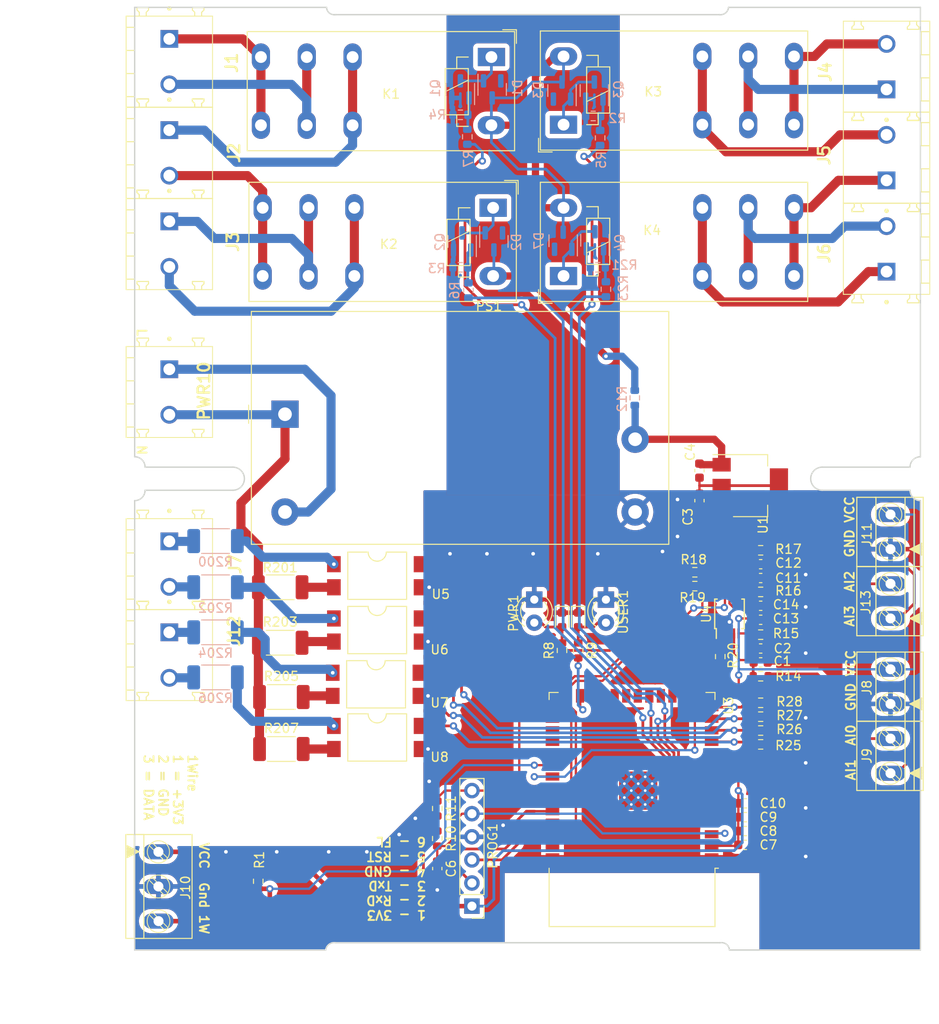
<source format=kicad_pcb>
(kicad_pcb (version 20221018) (generator pcbnew)
  (layers (0 "F.Cu" signal) (31 "B.Cu" signal) (34 "B.Paste" user) (35 "F.Paste" user) (36 "B.SilkS" user "B.Silkscreen") (37 "F.SilkS" user "F.Silkscreen") (38 "B.Mask" user) (39 "F.Mask" user) (44 "Edge.Cuts" user))
  (net 0 "")
  (net 1 "GND")
  (net 2 "+5V")
  (net 3 "Net-(U4-AIN0)")
  (net 4 "Net-(U4-AIN1)")
  (net 5 "Vdrive")
  (net 6 "Net-(U4-AIN2)")
  (net 7 "Net-(U4-AIN3)")
  (net 8 "/RST")
  (net 9 "+3.3V")
  (net 10 "/RXD")
  (net 11 "/TXD")
  (net 12 "/IO0")
  (net 13 "Net-(D1-A)")
  (net 14 "/IO_02")
  (net 16 "Net-(D2-A)")
  (net 18 "Net-(D3-A)")
  (net 20 "Net-(D4-A)")
  (net 21 "Net-(D5-A)")
  (net 22 "Net-(D7-A)")
  (net 23 "/IO34_K1")
  (net 24 "/IO35_K2")
  (net 26 "Net-(J1-Pin_1)")
  (net 27 "Net-(J1-Pin_2)")
  (net 28 "Net-(J2-Pin_1)")
  (net 29 "Net-(J3-Pin_1)")
  (net 30 "Net-(J3-Pin_2)")
  (net 31 "Net-(J2-Pin_2)")
  (net 32 "Net-(J4-Pin_1)")
  (net 33 "Net-(J4-Pin_2)")
  (net 34 "Net-(J5-Pin_1)")
  (net 35 "Net-(J5-Pin_2)")
  (net 36 "Net-(J6-Pin_1)")
  (net 37 "Net-(J6-Pin_2)")
  (net 38 "/IO33_K3")
  (net 39 "/SCL")
  (net 40 "/SDA")
  (net 41 "Net-(Q1-G)")
  (net 42 "/1Wire")
  (net 43 "Net-(Q2-G)")
  (net 44 "Net-(Q3-G)")
  (net 45 "Net-(Q4-G)")
  (net 49 "/ADC_ALERT")
  (net 63 "/IO32_K4")
  (net 64 "/INPUT_04")
  (net 65 "/INPUT_03")
  (net 66 "/INPUT_02")
  (net 67 "/INPUT_01")
  (net 68 "Net-(J7-Pin_1)")
  (net 69 "Net-(J7-Pin_2)")
  (net 70 "Net-(J12-Pin_1)")
  (net 71 "Net-(J12-Pin_2)")
  (net 72 "Net-(R200-Pad2)")
  (net 73 "Net-(R201-Pad2)")
  (net 74 "Net-(R202-Pad2)")
  (net 76 "Net-(R203-Pad2)")
  (net 77 "Net-(R204-Pad2)")
  (net 78 "Net-(R205-Pad2)")
  (net 79 "Net-(R206-Pad2)")
  (net 80 "Net-(R207-Pad2)")
  (net 81 "/POWER_N")
  (net 82 "Net-(PS1-AC{slash}L)")
  (net 83 "Net-(J9-Pin_1)")
  (net 84 "Net-(J9-Pin_2)")
  (net 85 "Net-(J13-Pin_1)")
  (net 86 "Net-(J13-Pin_2)")
  (footprint "Connector_Phoenix_MKDSx:MKDS_1_2_3.81" (layer "F.Cu") (at 172.008 132.964 90)
    (fp_text reference "J9")
    (fp_text value "Conn_01x02")
  )
  (footprint "Connector_Phoenix_MKDSx:MKDSN 2,5-2-5.08" (layer "F.Cu") (at 92.71 62.264 -90)
    (fp_text reference "J2")
    (fp_text value "Conn_01x03" hide)
  )
  (footprint "Resistor_SMD:R_2010_5025Metric_Pad1.40x2.65mm_HandSolder" (layer "F.Cu") (at 105.029 130.302)
    (fp_text reference "R207")
    (fp_text value "R")
  )
  (footprint "Resistor_SMD:R_0603_1608Metric" (layer "F.Cu") (at 150.495 110.871)
    (fp_text reference "R18")
    (fp_text value "10k")
  )
  (footprint "Capacitor_SMD:C_0603_1608Metric" (layer "F.Cu") (at 157.734 109.982)
    (fp_text reference "C12")
    (fp_text value "100nF")
  )
  (footprint "Relay_THT:Relay_SPDT_Schrack-RT1-16A-FormC_RM5mm" (layer "F.Cu") (at 128.123 54.227 180)
    (fp_text reference "K1")
    (fp_text value "RT314A12")
  )
  (footprint "Resistor_SMD:R_0603_1608Metric" (layer "F.Cu") (at 157.734 108.458 180)
    (fp_text reference "R17")
    (fp_text value "100")
  )
  (footprint "Capacitor_SMD:C_0603_1608Metric" (layer "F.Cu") (at 157.734 116.095)
    (fp_text reference "C13")
    (fp_text value "100nF")
  )
  (footprint "Resistor_SMD:R_0603_1608Metric" (layer "F.Cu") (at 137.668 119.4685 90)
    (fp_text reference "R9")
    (fp_text value "470R")
  )
  (footprint "Capacitor_SMD:C_0603_1608Metric" (layer "F.Cu") (at 157.734 114.554)
    (fp_text reference "C14")
    (fp_text value "1µF")
  )
  (footprint "Resistor_SMD:R_0603_1608Metric" (layer "F.Cu") (at 153.289 120.142 90)
    (fp_text reference "R20")
    (fp_text value "10k")
  )
  (footprint "Connector_Phoenix_MKDSx:MKDSN 2,5-2-5.08" (layer "F.Cu") (at 171.577 57.785 90)
    (fp_text reference "J4")
    (fp_text value "Conn_01x03" hide)
  )
  (footprint "Connector_Phoenix_MKDSx:MKDSN 2,5-2-5.08" (layer "F.Cu") (at 92.71 107.476 -90)
    (fp_text reference "J7")
    (fp_text value "Conn_01x03" hide)
  )
  (footprint "Relay_THT:Relay_SPDT_Schrack-RT1-16A-FormC_RM5mm" (layer "F.Cu") (at 136.059 61.662)
    (fp_text reference "K3")
    (fp_text value "RT314A12")
  )
  (footprint "LED_SMD:LED_0603_1608Metric" (layer "F.Cu") (at 137.668 116.1035 -90)
    (fp_text reference "USER1")
    (fp_text value "blue")
  )
  (footprint "Package_DIP:SMDIP-4_W9.53mm_Clearance8mm" (layer "F.Cu") (at 115.57 111.252)
    (fp_text reference "U5")
    (fp_text value "SFH6206-1T")
  )
  (footprint "Resistor_SMD:R_0603_1608Metric" (layer "F.Cu") (at 157.734 129.794 180)
    (fp_text reference "R25")
    (fp_text value "10k")
  )
  (footprint "Resistor_SMD:R_0603_1608Metric" (layer "F.Cu") (at 157.734 122.301 180)
    (fp_text reference "R14")
    (fp_text value "100")
  )
  (footprint "Resistor_SMD:R_0603_1608Metric" (layer "F.Cu") (at 150.495 112.395)
    (fp_text reference "R19")
    (fp_text value "10k")
  )
  (footprint "LED_THT:LED_D3.0mm_Clear" (layer "F.Cu") (at 140.716 113.8755 -90)
    (fp_text reference "D5" hide)
    (fp_text value "LED")
  )
  (footprint "Relay_THT:Relay_SPDT_Schrack-RT1-16A-FormC_RM5mm" (layer "F.Cu") (at 136.059 78.299)
    (fp_text reference "K4")
    (fp_text value "RT314A12")
  )
  (footprint "Connector_Phoenix_MKDSx:MKDSN 2,5-2-5.08" (layer "F.Cu") (at 92.71 117.475 -90)
    (fp_text reference "J12")
    (fp_text value "Conn_01x03" hide)
  )
  (footprint "Resistor_SMD:R_0603_1608Metric" (layer "F.Cu") (at 157.734 126.746 180)
    (fp_text reference "R27")
    (fp_text value "10k")
  )
  (footprint "Resistor_SMD:R_0603_1608Metric" (layer "F.Cu") (at 157.734 117.729 180)
    (fp_text reference "R15")
    (fp_text value "100")
  )
  (footprint "Connector_Phoenix_MKDSx:MKDS_1_2_3.81" (layer "F.Cu") (at 172.008 125.344 90)
    (fp_text reference "J8")
    (fp_text value "Conn_01x02")
  )
  (footprint "Resistor_SMD:R_0603_1608Metric" (layer "F.Cu") (at 157.734 113.03 180)
    (fp_text reference "R16")
    (fp_text value "100")
  )
  (footprint "Capacitor_SMD:C_0603_1608Metric" (layer "F.Cu") (at 156.042 140.843)
    (fp_text reference "C7")
    (fp_text value "100nF")
  )
  (footprint "Capacitor_SMD:C_0603_1608Metric" (layer "F.Cu") (at 156.055 136.271)
    (fp_text reference "C10")
    (fp_text value "1µF")
  )
  (footprint "Resistor_SMD:R_0603_1608Metric" (layer "F.Cu") (at 102.489 144.844 -90)
    (fp_text reference "R1")
    (fp_text value "4k7")
  )
  (footprint "Connector_Phoenix_MKDSx:MKDS_1_2_3.81" (layer "F.Cu") (at 172.008 108.331 90)
    (fp_text reference "J11")
    (fp_text value "Conn_01x02")
  )
  (footprint "Connector_Phoenix_MKDSx:MKDS_1_2_3.81" (layer "F.Cu") (at 172.008 115.946 90)
    (fp_text reference "J13")
    (fp_text value "Conn_01x02")
  )
  (footprint "Resistor_SMD:R_2010_5025Metric_Pad1.40x2.65mm_HandSolder" (layer "F.Cu") (at 105.029 124.587)
    (fp_text reference "R205")
    (fp_text value "R")
  )
  (footprint "Capacitor_SMD:C_0603_1608Metric" (layer "F.Cu") (at 156.042 139.319)
    (fp_text reference "C8")
    (fp_text value "100nF")
  )
  (footprint "Resistor_SMD:R_0603_1608Metric" (layer "F.Cu") (at 122.174 136.842 90)
    (fp_text reference "R11")
    (fp_text value "10k")
  )
  (footprint "Connector_Phoenix_MKDSx:MKDSN 2,5-2-5.08" (layer "F.Cu") (at 92.71 88.553 -90)
    (fp_text reference "PWR10")
    (fp_text value "Conn_01x03" hide)
  )
  (footprint "Connector_Phoenix_MKDSx:MKDSN 2,5-2-5.08" (layer "F.Cu") (at 171.577 67.784 90)
    (fp_text reference "J5")
    (fp_text value "Conn_01x03" hide)
  )
  (footprint "Capacitor_SMD:C_0603_1608Metric" (layer "F.Cu") (at 157.734 111.506)
    (fp_text reference "C11")
    (fp_text value "100nF")
  )
  (footprint "Package_DIP:SMDIP-4_W9.53mm_Clearance8mm" (layer "F.Cu") (at 115.57 117.221)
    (fp_text reference "U6")
    (fp_text value "SFH6206-1T")
  )
  (footprint "Capacitor_SMD:C_0603_1608Metric" (layer "F.Cu") (at 157.734 119.253)
    (fp_text reference "C2")
    (fp_text value "100nF")
  )
  (footprint "Resistor_SMD:R_0603_1608Metric" (layer "F.Cu") (at 157.734 128.27 180)
    (fp_text reference "R26")
    (fp_text value "10k")
  )
  (footprint "Package_SO:TSSOP-10_3x3mm_P0.5mm" (layer "F.Cu") (at 154.305 115.443 90)
    (fp_text reference "U4")
    (fp_text value "ADS1115IDGS")
  )
  (footprint "Resistor_SMD:R_2010_5025Metric_Pad1.40x2.65mm_HandSolder" (layer "F.Cu") (at 104.902 112.522)
    (fp_text reference "R201")
    (fp_text value "R")
  )
  (footprint "Connector_Phoenix_MKDSx:MKDSN 2,5-2-5.08" (layer "F.Cu") (at 92.71 72.297 -90)
    (fp_text reference "J3")
    (fp_text value "Conn_01x03" hide)
  )
  (footprint "Capacitor_SMD:C_0603_1608Metric" (layer "F.Cu") (at 151.003 102.997 90)
    (fp_text reference "C3")
    (fp_text value "4,7µF/6,3V")
  )
  (footprint "LED_SMD:LED_0603_1608Metric" (layer "F.Cu") (at 135.89 116.1035 -90)
    (fp_text reference "PWR1")
    (fp_text value "green")
  )
  (footprint "Connector_Phoenix_MKDSx:MKDS_1_3_3.81" (layer "F.Cu") (at 91.51065 141.605 -90)
    (fp_text reference "J10")
    (fp_text value "Conn_01x03")
  )
  (footprint "Package_DIP:SMDIP-4_W9.53mm_Clearance8mm" (layer "F.Cu") (at 115.57 129.032)
    (fp_text reference "U8")
    (fp_text value "SFH6206-1T")
  )
  (footprint "Resistor_SMD:R_2010_5025Metric_Pad1.40x2.65mm_HandSolder" (layer "F.Cu") (at 104.902 118.618)
    (fp_text reference "R203")
    (fp_text value "R")
  )
  (footprint "Connector_PinHeader_2.54mm:PinHeader_1x06_P2.54mm_Vertical" (layer "F.Cu") (at 125.984 147.574 180)
    (fp_text reference "PROG1")
    (fp_text value "Conn_01x06")
  )
  (footprint "Resistor_SMD:R_0603_1608Metric" (layer "F.Cu") (at 157.734 125.222 180)
    (fp_text reference "R28")
    (fp_text value "10k")
  )
  (footprint "Converter_ACDC:Converter_ACDC_MeanWell_IRM-05-xx_THT" (layer "F.Cu") (at 105.4295 93.496)
    (fp_text reference "PS1")
    (fp_text value "IRM-05-5")
  )
  (footprint "Capacitor_SMD:C_0603_1608Metric" (layer "F.Cu") (at 122.174 143.446 -90)
    (fp_text reference "C6")
    (fp_text value "100nF")
  )
  (footprint "Package_DIP:SMDIP-4_W9.53mm_Clearance8mm" (layer "F.Cu") (at 115.443 123.19)
    (fp_text reference "U7")
    (fp_text value "SFH6206-1T")
  )
  (footprint "Connector_Phoenix_MKDSx:MKDSN 2,5-2-5.08" (layer "F.Cu") (at 171.577 77.817 90)
    (fp_text reference "J6")
    (fp_text value "Conn_01x03" hide)
  )
  (footprint "Package_TO_SOT_SMD:SOT-223-3_TabPin2" (layer "F.Cu") (at 156.591 101.346)
    (fp_text reference "U1")
    (fp_text value "LT1129-3.3_SOT223")
  )
  (footprint "Resistor_SMD:R_0603_1608Metric" (layer "F.Cu") (at 135.89 119.4685 90)
    (fp_text reference "R8")
    (fp_text value "470R")
  )
  (footprint "Capacitor_SMD:C_0603_1608Metric" (layer "F.Cu") (at 156.042 137.795)
    (fp_text reference "C9")
    (fp_text value "1µF")
  )
  (footprint "RF_Module:ESP32-WROOM-32" (layer "F.Cu") (at 143.591 133.965 180)
    (fp_text reference "U3")
    (fp_text value "ESP32-WROOM-32D")
  )
  (footprint "Relay_THT:Relay_SPDT_Schrack-RT1-16A-FormC_RM5mm" (layer "F.Cu") (at 128.315 70.799 180)
    (fp_text reference "K2")
    (fp_text value "RT314A12")
  )
  (footprint "Resistor_SMD:R_0603_1608Metric" (layer "F.Cu") (at 122.174 140.144 -90)
    (fp_text reference "R10")
    (fp_text value "10k")
  )
  (footprint "LED_THT:LED_D3.0mm_Clear" (layer "F.Cu") (at 132.842 113.8755 -90)
    (fp_text reference "D4" hide)
    (fp_text value "LED")
  )
  (footprint "Capacitor_SMD:C_0603_1608Metric" (layer "F.Cu") (at 151.003 99.695 -90)
    (fp_text reference "C4")
    (fp_text value "10µF/6,3V")
  )
  (footprint "Connector_Phoenix_MKDSx:MKDSN 2,5-2-5.08" (layer "F.Cu") (at 92.71 52.231 -90)
    (fp_text reference "J1")
    (fp_text value "Conn_01x03" hide)
  )
  (footprint "Capacitor_SMD:C_0603_1608Metric" (layer "F.Cu") (at 157.734 120.777)
    (fp_text reference "C1")
    (fp_text value "100nF")
  )
  (footprint "Package_TO_SOT_SMD:SOT-23" (layer "B.Cu") (at 128.397 74.5005 -90)
    (fp_text reference "D2")
    (fp_text value "BAS21" hide)
  )
  (footprint "Resistor_SMD:R_0603_1608Metric" (layer "B.Cu") (at 140.716 79.756 -90)
    (fp_text reference "R23")
    (fp_text value "100")
  )
  (footprint "Resistor_SMD:R_2010_5025Metric_Pad1.40x2.65mm_HandSolder" (layer "B.Cu") (at 97.79 112.522)
    (fp_text reference "R202")
    (fp_text value "R")
  )
  (footprint "Resistor_SMD:R_0603_1608Metric" (layer "B.Cu") (at 124.714 77.343 180)
    (fp_text reference "R3")
    (fp_text value "100k")
  )
  (footprint "Resistor_SMD:R_0603_1608Metric" (layer "B.Cu") (at 140.081 63.119 -90)
    (fp_text reference "R5")
    (fp_text value "100")
  )
  (footprint "Resistor_SMD:R_0603_1608Metric" (layer "B.Cu") (at 125.476 62.992 -90)
    (fp_text reference "R7")
    (fp_text value "100")
  )
  (footprint "Package_TO_SOT_SMD:SOT-23" (layer "B.Cu") (at 139.507 74.3735 90)
    (fp_text reference "Q4")
    (fp_text value "BSS123")
  )
  (footprint "Package_TO_SOT_SMD:SOT-23" (layer "B.Cu") (at 136.017 74.422 90)
    (fp_text reference "D7")
    (fp_text value "BAS21")
  )
  (footprint "Resistor_SMD:R_2010_5025Metric_Pad1.40x2.65mm_HandSolder" (layer "B.Cu") (at 97.79 117.475)
    (fp_text reference "R204")
    (fp_text value "R")
  )
  (footprint "Package_TO_SOT_SMD:SOT-23" (layer "B.Cu") (at 124.714 57.785 90)
    (fp_text reference "Q1")
    (fp_text value "BSS123")
  )
  (footprint "Resistor_SMD:R_2010_5025Metric_Pad1.40x2.65mm_HandSolder" (layer "B.Cu") (at 97.79 107.442)
    (fp_text reference "R200")
    (fp_text value "R")
  )
  (footprint "Package_TO_SOT_SMD:SOT-23" (layer "B.Cu") (at 128.209 57.785 -90)
    (fp_text reference "D1")
    (fp_text value "BAS21")
  )
  (footprint "Resistor_SMD:R_0603_1608Metric" (layer "B.Cu") (at 124.714 60.579 180)
    (fp_text reference "R4")
    (fp_text value "100k")
  )
  (footprint "Package_TO_SOT_SMD:SOT-23" (layer "B.Cu") (at 124.907 74.5005 90)
    (fp_text reference "Q2")
    (fp_text value "BSS123")
  )
  (footprint "Resistor_SMD:R_2010_5025Metric_Pad1.40x2.65mm_HandSolder" (layer "B.Cu") (at 97.79 122.428)
    (fp_text reference "R206")
    (fp_text value "R")
  )
  (footprint "Resistor_SMD:R_0603_1608Metric" (layer "B.Cu") (at 139.319 60.706 180)
    (fp_text reference "R2")
    (fp_text value "100k")
  )
  (footprint "Resistor_SMD:R_0603_1608Metric" (layer "B.Cu") (at 125.603 79.883 -90)
    (fp_text reference "R6")
    (fp_text value "100")
  )
  (footprint "Package_TO_SOT_SMD:SOT-23" (layer "B.Cu") (at 139.446 57.912 90)
    (fp_text reference "Q3")
    (fp_text value "BSS123")
  )
  (footprint "Resistor_SMD:R_0603_1608Metric" (layer "B.Cu") (at 143.891 91.694 90)
    (fp_text reference "R12")
    (fp_text value "0R0")
  )
  (footprint "Package_TO_SOT_SMD:SOT-23" (layer "B.Cu") (at 135.89 57.912 90)
    (fp_text reference "D3")
    (fp_text value "BAS21")
  )
  (footprint "Resistor_SMD:R_0603_1608Metric" (layer "B.Cu") (at 139.827 77.343 180)
    (fp_text reference "R21")
    (fp_text value "100k")
  )
  (gr_arc (start 164.505 101.854) (mid 163.235 100.584) (end 164.505 99.314) (stroke (width 0.15)) (layer "Edge.Cuts"))
  (gr_line (start 109.9 152.4) (end 109.9073 152.3537) (stroke (width 0.1524)) (layer "Edge.Cuts"))
  (gr_arc (start 153.3152 151.597599) (mid 153.984154 151.782124) (end 154.3 152.4) (stroke (width 0.1524)) (layer "Edge.Cuts"))
  (gr_arc (start 154.195099 48.811901) (mid 153.854142 49.396042) (end 153.2 49.568) (stroke (width 0.1524)) (layer "Edge.Cuts"))
  (gr_arc (start 90.043 101.854) (mid 89.708223 102.662223) (end 88.9 102.997) (stroke (width 0.15)) (layer "Edge.Cuts"))
  (gr_line (start 174.157 99.314) (end 164.505 99.314) (stroke (width 0.15)) (layer "Edge.Cuts"))
  (gr_line (start 88.9 48.768) (end 88.9 98.171) (stroke (width 0.1524)) (layer "Edge.Cuts"))
  (gr_arc (start 88.9 98.171) (mid 89.708223 98.505777) (end 90.043 99.314) (stroke (width 0.15)) (layer "Edge.Cuts"))
  (gr_line (start 88.9 152.4) (end 109.9 152.4) (stroke (width 0.1524)) (layer "Edge.Cuts"))
  (gr_line (start 110 48.768) (end 88.9 48.768) (stroke (width 0.1524)) (layer "Edge.Cuts"))
  (gr_line (start 90.043 101.854) (end 99.695 101.854) (stroke (width 0.15)) (layer "Edge.Cuts"))
  (gr_line (start 153.2 151.6) (end 153.3152 151.5976) (stroke (width 0.1524)) (layer "Edge.Cuts"))
  (gr_line (start 154.3 152.4) (end 175.3 152.4) (stroke (width 0.1524)) (layer "Edge.Cuts"))
  (gr_arc (start 110.856099 49.5729) (mid 110.261349 49.347754) (end 110 48.768) (stroke (width 0.1524)) (layer "Edge.Cuts"))
  (gr_line (start 111 151.6) (end 153.2 151.6) (stroke (width 0.1524)) (layer "Edge.Cuts"))
  (gr_arc (start 175.3 102.997) (mid 174.491777 102.662223) (end 174.157 101.854) (stroke (width 0.15)) (layer "Edge.Cuts"))
  (gr_line (start 153.2 49.568) (end 111 49.568) (stroke (width 0.1524)) (layer "Edge.Cuts"))
  (gr_line (start 90.043 99.314) (end 99.695 99.314) (stroke (width 0.15)) (layer "Edge.Cuts"))
  (gr_line (start 174.157 101.854) (end 164.505 101.854) (stroke (width 0.15)) (layer "Edge.Cuts"))
  (gr_line (start 88.9 102.997) (end 88.9 152.4) (stroke (width 0.1524)) (layer "Edge.Cuts"))
  (gr_arc (start 99.695 99.314) (mid 100.965 100.584) (end 99.695 101.854) (stroke (width 0.15)) (layer "Edge.Cuts"))
  (gr_arc (start 109.9073 152.353698) (mid 110.297554 151.750544) (end 111 151.6) (stroke (width 0.1524)) (layer "Edge.Cuts"))
  (gr_line (start 175.3 48.768) (end 154.2 48.768) (stroke (width 0.1524)) (layer "Edge.Cuts"))
  (gr_line (start 175.3 102.997) (end 175.3 152.4) (stroke (width 0.1524)) (layer "Edge.Cuts"))
  (gr_line (start 154.2 48.768) (end 154.1951 48.8119) (stroke (width 0.1524)) (layer "Edge.Cuts"))
  (gr_line (start 111 49.568) (end 110.8561 49.5729) (stroke (width 0.1524)) (layer "Edge.Cuts"))
  (gr_line (start 175.3 48.768) (end 175.3 98.171) (stroke (width 0.1524)) (layer "Edge.Cuts"))
  (gr_arc (start 174.157 99.314) (mid 174.491777 98.505777) (end 175.3 98.171) (stroke (width 0.15)) (layer "Edge.Cuts"))
  (gr_text "L" (at 89.662 83.947 -90) (layer "F.SilkS") (effects (font (size 1 1) (thickness 0.2)) (justify left)))
  (gr_text "1 - 3V3\n2 - RxD\n3 - TxD\n4 - GND\n5 - RST\n6 - FL" (at 121.031 144.526 180) (layer "F.SilkS") (effects (font (size 1 1) (thickness 0.2)) (justify left)))
  (gr_text "AI1  AI0  GND VCC" (at 167.64 133.858 90) (layer "F.SilkS") (effects (font (size 1 1) (thickness 0.2)) (justify left)))
  (gr_text "AI3  AI2  GND VCC" (at 167.513 116.967 90) (layer "F.SilkS") (effects (font (size 1 1) (thickness 0.2)) (justify left)))
  (gr_text "1Wire\n1 = +3V3\n2 = GND\n3 = DATA" (at 92.837 130.81 270) (layer "F.SilkS") (effects (font (size 1 1) (thickness 0.2)) (justify left)))
  (gr_text "N" (at 89.662 96.774 270) (layer "F.SilkS") (effects (font (size 1 1) (thickness 0.2)) (justify left)))
  (gr_text "VCC  Gnd 1W" (at 96.52 140.462 270) (layer "F.SilkS") (effects (font (size 1 1) (thickness 0.2)) (justify left)))
  (segment (start 158.522 120.523) (end 158.522 119.012) (width 0.3) (layer "F.Cu") (net 1))
  (segment (start 156.83 139.306) (end 156.817 139.319) (width 0.25) (layer "F.Cu") (net 1))
  (segment (start 158.591 114.698) (end 162.67 114.698) (width 0.3) (layer "F.Cu") (net 1))
  (segment (start 158.636 111.76) (end 158.636 110.236) (width 0.3) (layer "F.Cu") (net 1))
  (segment (start 156.845 140.871) (end 156.817 140.843) (width 0.25) (layer "F.Cu") (net 1))
  (segment (start 153.305 116.443) (end 153.305 117.593) (width 0.25) (layer "F.Cu") (net 1))
  (segment (start 151.003 101.346) (end 151.003 100.47) (width 0.25) (layer "F.Cu") (net 1))
  (segment (start 153.416 116.332) (end 153.305 116.443) (width 0.25) (layer "F.Cu") (net 1))
  (segment (start 156.817 140.843) (end 156.817 139.319) (width 0.25) (layer "F.Cu") (net 1))
  (segment (start 156.83 136.271) (end 156.83 139.306) (width 0.25) (layer "F.Cu") (net 1))
  (segment (start 153.441 101.346) (end 151.003 101.346) (width 0.3) (layer "F.Cu") (net 1))
  (segment (start 152.341 142.215) (end 156.362 142.215) (width 0.25) (layer "F.Cu") (net 1))
  (segment (start 153.441 101.346) (end 159.741 101.346) (width 0.3) (layer "F.Cu") (net 1))
  (segment (start 156.362 142.215) (end 156.845 141.732) (width 0.25) (layer "F.Cu") (net 1))
  (segment (start 162.67 114.698) (end 162.687 114.681) (width 0.3) (layer "F.Cu") (net 1))
  (segment (start 154.305 116.332) (end 153.416 116.332) (width 0.25) (layer "F.Cu") (net 1))
  (segment (start 158.591 116.095) (end 158.591 114.698) (width 0.3) (layer "F.Cu") (net 1))
  (segment (start 158.522 119.012) (end 158.509 118.999) (width 0.3) (layer "F.Cu") (net 1))
  (segment (start 156.845 141.732) (end 156.845 140.871) (width 0.25) (layer "F.Cu") (net 1))
  (segment (start 154.305 117.593) (end 154.305 116.332) (width 0.25) (layer "F.Cu") (net 1))
  (segment (start 151.003 102.222) (end 151.003 101.346) (width 0.25) (layer "F.Cu") (net 1))
  (via (at 104.521 141.605) (size 0.8) (drill 0.4) (layers "F.Cu" "B.Cu") (net 1))
  (via (at 154.305 116.332) (size 0.8) (drill 0.4) (layers "F.Cu" "B.Cu") (net 1))
  (via (at 162.687 119.761) (size 0.8) (drill 0.4) (layers "F.Cu" "B.Cu") (net 1))
  (via (at 121.285 112.522) (size 0.8) (drill 0.4) (layers "F.Cu" "B.Cu") (net 1))
  (via (at 121.158 124.46) (size 0.8) (drill 0.4) (layers "F.Cu" "B.Cu") (net 1))
  (via (at 148.59 106.934) (size 0.8) (drill 0.4) (layers "F.Cu" "B.Cu") (net 1))
  (via (at 127.635 108.839) (size 0.8) (drill 0.4) (layers "F.Cu" "B.Cu") (net 1))
  (via (at 162.687 111.125) (size 0.8) (drill 0.4) (layers "F.Cu" "B.Cu") (net 1))
  (via (at 162.687 131.826) (size 0.8) (drill 0.4) (layers "F.Cu" "B.Cu") (net 1))
  (via (at 117.983 139.7) (size 0.8) (drill 0.4) (layers "F.Cu" "B.Cu") (net 1))
  (via (at 162.687 114.681) (size 0.8) (drill 0.4) (layers "F.Cu" "B.Cu") (net 1))
  (via (at 148.59 102.87) (size 0.8) (drill 0.4) (layers "F.Cu" "B.Cu") (net 1))
  (via (at 129.413 138.684) (size 0.8) (drill 0.4) (layers "F.Cu" "B.Cu") (net 1))
  (via (at 98.933 141.605) (size 0.8) (drill 0.4) (layers "F.Cu" "B.Cu") (net 1))
  (via (at 162.687 142.113) (size 0.8) (drill 0.4) (layers "F.Cu" "B.Cu") (net 1))
  (via (at 121.158 118.491) (size 0.8) (drill 0.4) (layers "F.Cu" "B.Cu") (net 1))
  (via (at 122.174 145.796) (size 0.8) (drill 0.4) (layers "F.Cu" "B.Cu") (net 1))
  (via (at 139.827 108.839) (size 0.8) (drill 0.4) (layers "F.Cu" "B.Cu") (net 1))
  (via (at 132.715 108.839) (size 0.8) (drill 0.4) (layers "F.Cu" "B.Cu") (net 1))
  (via (at 110.236 141.605) (size 0.8) (drill 0.4) (layers "F.Cu" "B.Cu") (net 1))
  (via (at 121.285 133.858) (size 0.8) (drill 0.4) (layers "F.Cu" "B.Cu") (net 1))
  (via (at 162.687 136.779) (size 0.8) (drill 0.4) (layers "F.Cu" "B.Cu") (net 1))
  (via (at 114.427 141.605) (size 0.8) (drill 0.4) (layers "F.Cu" "B.Cu") (net 1))
  (via (at 162.687 126.873) (size 0.8) (drill 0.4) (layers "F.Cu" "B.Cu") (net 1))
  (via (at 121.158 130.302) (size 0.8) (drill 0.4) (layers "F.Cu" "B.Cu") (net 1))
  (via (at 146.939 108.585) (size 0.8) (drill 0.4) (layers "F.Cu" "B.Cu") (net 1))
  (via (at 123.571 108.839) (size 0.8) (drill 0.4) (layers "F.Cu" "B.Cu") (net 1))
  (via (at 119.761 137.922) (size 0.8) (drill 0.4) (layers "F.Cu" "B.Cu") (net 1))
  (segment (start 138.557 76.898) (end 139.002 77.343) (width 0.3) (layer "B.Cu") (net 1))
  (segment (start 138.496 58.8495) (end 138.496 60.704) (width 0.3) (layer "B.Cu") (net 1))
  (segment (start 155.067 114.681) (end 154.305 115.443) (width 0.3) (layer "B.Cu") (net 1))
  (segment (start 138.557 75.311) (end 138.557 76.898) (width 0.3) (layer "B.Cu") (net 1))
  (segment (start 123.764 60.454) (end 123.889 60.579) (width 0.3) (layer "B.Cu") (net 1))
  (segment (start 123.764 58.7225) (end 123.764 60.454) (width 0.3) (layer "B.Cu") (net 1))
  (segment (start 162.687 114.681) (end 155.067 114.681) (width 0.3) (layer "B.Cu") (net 1))
  (segment (start 123.957 77.275) (end 123.889 77.343) (width 0.3) (layer "B.Cu") (net 1))
  (segment (start 123.957 75.438) (end 123.957 77.275) (width 0.3) (layer "B.Cu") (net 1))
  (segment (start 123.889 75.37) (end 123.957 75.438) (width 0.3) (layer "B.Cu") (net 1))
  (segment (start 123.889 60.579) (end 123.889 75.37) (width 0.3) (layer "B.Cu") (net 1))
  (segment (start 154.305 115.443) (end 154.305 116.332) (width 0.3) (layer "B.Cu") (net 1))
  (segment (start 138.496 60.704) (end 138.494 60.706) (width 0.3) (layer "B.Cu") (net 1))
  (segment (start 153.441 97.053) (end 153.441 99.046) (width 0.8) (layer "F.Cu") (net 2))
  (segment (start 151.129 99.046) (end 151.003 98.92) (width 0.8) (layer "F.Cu") (net 2))
  (segment (start 152.634 96.246) (end 153.441 97.053) (width 0.8) (layer "F.Cu") (net 2))
  (segment (start 143.9295 96.246) (end 152.634 96.246) (width 0.8) (layer "F.Cu") (net 2))
  (segment (start 153.441 99.046) (end 151.129 99.046) (width 0.8) (layer "F.Cu") (net 2))
  (segment (start 143.9295 96.246) (end 143.9295 92.5575) (width 0.8) (layer "B.Cu") (net 2))
  (segment (start 143.9295 92.5575) (end 143.891 92.519) (width 0.8) (layer "B.Cu") (net 2))
  (segment (start 154.805 117.593) (end 154.805 119.88) (width 0.25) (layer "F.Cu") (net 3))
  (segment (start 156.909 122.047) (end 156.909 120.586) (width 0.3) (layer "F.Cu") (net 3))
  (segment (start 156.909 120.586) (end 156.972 120.523) (width 0.3) (layer "F.Cu") (net 3))
  (segment (start 155.448 120.523) (end 156.972 120.523) (width 0.25) (layer "F.Cu") (net 3))
  (segment (start 154.805 119.88) (end 155.448 120.523) (width 0.25) (layer "F.Cu") (net 3))
  (segment (start 156.909 117.475) (end 156.909 118.949) (width 0.25) (layer "F.Cu") (net 4))
  (segment (start 156.909 118.949) (end 156.959 118.999) (width 0.25) (layer "F.Cu") (net 4))
  (segment (start 155.305 117.593) (end 156.791 117.593) (width 0.25) (layer "F.Cu") (net 4))
  (segment (start 156.791 117.593) (end 156.909 117.475) (width 0.25) (layer "F.Cu") (net 4))
  (segment (start 140.716 87.122) (end 132.969 79.375) (width 0.8) (layer "F.Cu") (net 5))
  (segment (start 132.969 56.261) (end 135.068 54.162) (width 0.8) (layer "F.Cu") (net 5))
  (segment (start 133.036 70.799) (end 136.059 70.799) (width 0.8) (layer "F.Cu") (net 5))
  (segment (start 132.969 78.105) (end 132.969 70.866) (width 0.8) (layer "F.Cu") (net 5))
  (segment (start 132.969 70.866) (end 132.969 61.722) (width 0.8) (layer "F.Cu") (net 5))
  (segment (start 132.969 78.105) (end 132.775 78.299) (width 0.8) (layer "F.Cu") (net 5))
  (segment (start 132.969 79.375) (end 132.969 78.105) (width 0.8) (layer "F.Cu") (net 5))
  (segment (start 132.969 61.722) (end 132.964 61.727) (width 0.8) (layer "F.Cu") (net 5))
  (segment (start 135.068 54.162) (end 136.059 54.162) (width 0.8) (layer "F.Cu") (net 5))
  (segment (start 132.775 78.299) (end 128.315 78.299) (width 0.8) (layer "F.Cu") (net 5))
  (segment (start 132.969 61.722) (end 132.969 56.261) (width 0.8) (layer "F.Cu") (net 5))
  (segment (start 132.969 70.866) (end 133.036 70.799) (width 0.8) (layer "F.Cu") (net 5))
  (segment (start 132.964 61.727) (end 128.123 61.727) (width 0.8) (layer "F.Cu") (net 5))
  (via (at 140.716 87.122) (size 0.8) (drill 0.4) (layers "F.Cu" "B.Cu") (net 5))
  (segment (start 128.123 61.727) (end 128.123 63.607) (width 0.3) (layer "B.Cu") (net 5))
  (segment (start 136.017 73.4845) (end 136.017 70.841) (width 0.3) (layer "B.Cu") (net 5))
  (segment (start 128.397 78.217) (end 128.315 78.299) (width 0.3) (layer "B.Cu") (net 5))
  (segment (start 143.891 90.869) (end 143.891 88.519) (width 0.8) (layer "B.Cu") (net 5))
  (segment (start 128.123 63.607) (end 131.064 66.548) (width 0.3) (layer "B.Cu") (net 5))
  (segment (start 142.494 87.122) (end 140.716 87.122) (width 0.8) (layer "B.Cu") (net 5))
  (segment (start 134.112 66.548) (end 136.059 68.495) (width 0.3) (layer "B.Cu") (net 5))
  (segment (start 136.059 68.495) (end 136.059 70.799) (width 0.3) (layer "B.Cu") (net 5))
  (segment (start 130.8885 58.7225) (end 128.209 58.7225) (width 0.3) (layer "B.Cu") (net 5))
  (segment (start 128.123 58.8085) (end 128.123 61.727) (width 0.3) (layer "B.Cu") (net 5))
  (segment (start 128.209 58.7225) (end 128.123 58.8085) (width 0.3) (layer "B.Cu") (net 5))
  (segment (start 136.059 56.8055) (end 135.89 56.9745) (width 0.3) (layer "B.Cu") (net 5))
  (segment (start 128.397 75.438) (end 128.397 78.217) (width 0.3) (layer "B.Cu") (net 5))
  (segment (start 136.059 54.162) (end 136.059 56.8055) (width 0.3) (layer "B.Cu") (net 5))
  (segment (start 136.017 70.841) (end 136.059 70.799) (width 0.3) (layer "B.Cu") (net 5))
  (segment (start 135.89 56.9745) (end 132.6365 56.9745) (width 0.3) (layer "B.Cu") (net 5))
  (segment (start 143.891 88.519) (end 142.494 87.122) (width 0.8) (layer "B.Cu") (net 5))
  (segment (start 131.064 66.548) (end 134.112 66.548) (width 0.3) (layer "B.Cu") (net 5))
  (segment (start 132.6365 56.9745) (end 130.8885 58.7225) (width 0.3) (layer "B.Cu") (net 5))
  (segment (start 157.086 111.76) (end 157.086 113.234) (width 0.25) (layer "F.Cu") (net 6))
  (segment (start 157.027 113.293) (end 157.036 113.284) (width 0.25) (layer "F.Cu") (net 6))
  (segment (start 157.086 113.234) (end 157.036 113.284) (width 0.25) (layer "F.Cu") (net 6))
  (segment (start 155.305 113.293) (end 157.027 113.293) (width 0.25) (layer "F.Cu") (net 6))
  (segment (start 157.036 110.186) (end 157.086 110.236) (width 0.3) (layer "F.Cu") (net 7))
  (segment (start 156.832 109.982) (end 157.086 110.236) (width 0.25) (layer "F.Cu") (net 7))
  (segment (start 157.036 108.712) (end 157.036 110.186) (width 0.3) (layer "F.Cu") (net 7))
  (segment (start 154.805 113.293) (end 154.805 111.006) (width 0.25) (layer "F.Cu") (net 7))
  (segment (start 154.805 111.006) (end 155.829 109.982) (width 0.25) (layer "F.Cu") (net 7))
  (segment (start 155.829 109.982) (end 156.832 109.982) (width 0.25) (layer "F.Cu") (net 7))
  (segment (start 123.127 140.969) (end 124.206 139.89) (width 0.25) (layer "F.Cu") (net 8))
  (segment (start 152.443 139.573) (end 152.341 139.675) (width 0.25) (layer "F.Cu") (net 8))
  (segment (start 153.797 139.573) (end 152.443 139.573) (width 0.25) (layer "F.Cu") (net 8))
  (segment (start 124.904 137.414) (end 125.984 137.414) (width 0.25) (layer "F.Cu") (net 8))
  (segment (start 122.174 140.969) (end 122.174 142.671) (width 0.25) (layer "F.Cu") (net 8))
  (segment (start 122.174 140.969) (end 123.127 140.969) (width 0.25) (layer "F.Cu") (net 8))
  (segment (start 124.206 139.89) (end 124.206 138.112) (width 0.25) (layer "F.Cu") (net 8))
  (segment (start 124.206 138.112) (end 124.904 137.414) (width 0.25) (layer "F.Cu") (net 8))
  (via (at 153.797 139.573) (size 0.8) (drill 0.4) (layers "F.Cu" "B.Cu") (net 8))
  (segment (start 138.176 137.414) (end 140.335 139.573) (width 0.25) (layer "B.Cu") (net 8))
  (segment (start 140.335 139.573) (end 153.797 139.573) (width 0.25) (layer "B.Cu") (net 8))
  (segment (start 125.984 137.414) (end 138.176 137.414) (width 0.25) (layer "B.Cu") (net 8))
  (segment (start 152.654 109.665) (end 152.654 109.22) (width 0.3) (layer "F.Cu") (net 9))
  (segment (start 154.305 123.444) (end 155.321 123.444) (width 0.25) (layer "F.Cu") (net 9))
  (segment (start 122.111 139.382) (end 122.174 139.319) (width 0.3) (layer "F.Cu") (net 9))
  (segment (start 157.607 131.826) (end 158.559 130.874) (width 0.25) (layer "F.Cu") (net 9))
  (segment (start 102.362 143.955) (end 108.522 143.955) (width 0.5) (layer "F.Cu") (net 9))
  (segment (start 157.041 114.698) (end 154.703 114.698) (width 0.25) (layer "F.Cu") (net 9))
  (segment (start 155.28 134.874) (end 155.28 132.629) (width 0.25) (layer "F.Cu") (net 9))
  (segment (start 135.89 120.2935) (end 135.89 119.888) (width 0.3) (layer "F.Cu") (net 9))
  (segment (start 151.003 103.772) (end 153.315 103.772) (width 0.25) (layer "F.Cu") (net 9))
  (segment (start 112.141 147.574) (end 125.984 147.574) (width 0.5) (layer "F.Cu") (net 9))
  (segment (start 97.981 143.955) (end 102.362 143.955) (width 0.5) (layer "F.Cu") (net 9))
  (segment (start 154.305 113.293) (end 154.305 111.316) (width 0.25) (layer "F.Cu") (net 9))
  (segment (start 152.341 140.945) (end 155.165 140.945) (width 0.25) (layer "F.Cu") (net 9))
  (segment (start 156.083 131.826) (end 157.607 131.826) (width 0.25) (layer "F.Cu") (net 9))
  (segment (start 155.321 123.444) (end 157.861 123.444) (width 0.25) (layer "F.Cu") (net 9))
  (segment (start 120.65 142.049) (end 120.65 139.382) (width 0.3) (layer "F.Cu") (net 9))
  (segment (start 158.559 126.746) (end 158.559 128.27) (width 0.25) (layer "F.Cu") (net 9))
  (segment (start 155.267 140.843) (end 155.267 139.319) (width 0.25) (layer "F.Cu") (net 9))
  (segment (start 149.987 109.22) (end 152.654 109.22) (width 0.3) (layer "F.Cu") (net 9))
  (segment (start 155.28 136.271) (end 155.28 134.874) (width 0.25) (layer "F.Cu") (net 9))
  (segment (start 157.861 123.444) (end 158.559 124.142) (width 0.25) (layer "F.Cu") (net 9))
  (segment (start 152.654 109.22) (end 152.654 107.315) (width 0.3) (layer "F.Cu") (net 9))
  (segment (start 120.65 147.574) (end 125.984 147.574) (width 0.3) (layer "F.Cu") (net 9))
  (segment (start 153.289 122.428) (end 154.305 123.444) (width 0.25) (layer "F.Cu") (net 9))
  (segment (start 157.041 116.095) (end 157.041 114.698) (width 0.25) (layer "F.Cu") (net 9))
  (segment (start 153.289 120.967) (end 153.289 122.428) (width 0.25) (layer "F.Cu") (net 9))
  (segment (start 136.312518 119.465482) (end 141.138518 119.465482) (width 0.3) (layer "F.Cu") (net 9))
  (segment (start 155.165 140.945) (end 155.267 140.843) (width 0.25) (layer "F.Cu") (net 9))
  (segment (start 158.559 124.142) (end 158.559 125.222) (width 0.25) (layer "F.Cu") (net 9))
  (segment (start 108.522 143.955) (end 112.141 147.574) (width 0.5) (layer "F.Cu") (net 9))
  (segment (start 120.65 143.383) (end 120.65 142.049) (width 0.3) (layer "F.Cu") (net 9))
  (segment (start 141.138518 119.465482) (end 148.209 112.395) (width 0.3) (layer "F.Cu") (net 9))
  (segment (start 158.559 130.874) (end 158.559 129.794) (width 0.25) (layer "F.Cu") (net 9))
  (segment (start 91.51065 141.605) (end 95.631 141.605) (width 0.5) (layer "F.Cu") (net 9))
  (segment (start 153.315 103.772) (end 153.441 103.646) (width 0.25) (layer "F.Cu") (net 9))
  (segment (start 158.559 129.794) (end 158.559 128.27) (width 0.25) (layer "F.Cu") (net 9))
  (segment (start 154.703 114.698) (end 154.305 114.3) (width 0.25) (layer "F.Cu") (net 9))
  (segment (start 135.89 119.888) (end 136.312518 119.465482) (width 0.3) (layer "F.Cu") (net 9))
  (segment (start 149.67 112.395) (end 149.67 110.871) (width 0.3) (layer "F.Cu") (net 9))
  (segment (start 155.28 132.629) (end 156.083 131.826) (width 0.25) (layer "F.Cu") (net 9))
  (segment (start 155.321 123.444) (end 155.321 122.174) (width 0.25) (layer "F.Cu") (net 9))
  (segment (start 122.174 137.667) (end 122.174 139.319) (width 0.25) (layer "F.Cu") (net 9))
  (segment (start 154.305 114.3) (end 154.305 113.293) (width 0.25) (layer "F.Cu") (net 9))
  (segment (start 120.65 145.859) (end 120.65 143.383) (width 0.3) (layer "F.Cu") (net 9))
  (segment (start 120.65 145.859) (end 120.65 147.574) (width 0.3) (layer "F.Cu") (net 9))
  (segment (start 154.305 111.316) (end 152.654 109.665) (width 0.25) (layer "F.Cu") (net 9))
  (segment (start 95.631 141.605) (end 97.981 143.955) (width 0.5) (layer "F.Cu") (net 9))
  (segment (start 149.67 110.871) (end 149.67 109.537) (width 0.3) (layer "F.Cu") (net 9))
  (segment (start 120.65 139.382) (end 122.111 139.382) (width 0.3) (layer "F.Cu") (net 9))
  (segment (start 120.587 143.446) (end 120.65 143.383) (width 0.25) (layer "F.Cu") (net 9))
  (segment (start 148.209 112.395) (end 149.67 112.395) (width 0.3) (layer "F.Cu") (net 9))
  (segment (start 155.28 137.782) (end 155.267 137.795) (width 0.25) (layer "F.Cu") (net 9))
  (segment (start 158.559 125.222) (end 158.559 126.746) (width 0.25) (layer "F.Cu") (net 9))
  (segment (start 125.984 147.574) (end 122.365 147.574) (width 0.3) (layer "F.Cu") (net 9))
  (segment (start 155.267 137.795) (end 155.267 139.319) (width 0.25) (layer "F.Cu") (net 9))
  (segment (start 152.654 107.315) (end 153.441 106.528) (width 0.3) (layer "F.Cu") (net 9))
  (segment (start 156.897 115.951) (end 157.041 116.095) (width 0.25) (layer "F.Cu") (net 9))
  (segment (start 155.28 136.271) (end 155.28 137.782) (width 0.25) (layer "F.Cu") (net 9))
  (segment (start 155.321 115.951) (end 156.897 115.951) (width 0.25) (layer "F.Cu") (net 9))
  (segment (start 149.67 109.537) (end 149.987 109.22) (width 0.3) (layer "F.Cu") (net 9))
  (segment (start 153.441 106.528) (end 153.441 103.646) (width 0.3) (layer "F.Cu") (net 9))
  (via (at 155.28 134.874) (size 0.8) (drill 0.4) (layers "F.Cu" "B.Cu") (net 9))
  (via (at 155.321 122.174) (size 0.8) (drill 0.4) (layers "F.Cu" "B.Cu") (net 9))
  (via (at 155.321 115.951) (size 0.8) (drill 0.4) (layers "F.Cu" "B.Cu") (net 9))
  (segment (start 174.625 121.539) (end 174.625 104.521) (width 0.25) (layer "B.Cu") (net 9))
  (segment (start 174.625 104.521) (end 171.958 104.521) (width 0.25) (layer "B.Cu") (net 9))
  (segment (start 155.321 122.174) (end 155.321 121.412) (width 0.25) (layer "B.Cu") (net 9))
  (segment (start 155.702 135.296) (end 155.28 134.874) (width 0.3) (layer "B.Cu") (net 9))
  (segment (start 171.958 121.539) (end 155.448 121.539) (width 0.25) (layer "B.Cu") (net 9))
  (segment (start 154.813 141.478) (end 155.702 140.589) (width 0.3) (layer "B.Cu") (net 9))
  (segment (start 155.448 121.539) (end 155.321 121.412) (width 0.25) (layer "B.Cu") (net 9))
  (segment (start 129.413 141.478) (end 154.813 141.478) (width 0.3) (layer "B.Cu") (net 9))
  (segment (start 171.958 121.539) (end 174.625 121.539) (width 0.25) (layer "B.Cu") (net 9))
  (segment (start 155.321 121.412) (end 155.321 115.951) (width 0.25) (layer "B.Cu") (net 9))
  (segment (start 128.397 146.812) (end 128.397 142.494) (width 0.3) (layer "B.Cu") (net 9))
  (segment (start 128.397 142.494) (end 129.413 141.478) (width 0.3) (layer "B.Cu") (net 9))
  (segment (start 155.702 140.589) (end 155.702 135.296) (width 0.3) (layer "B.Cu") (net 9))
  (segment (start 125.984 147.574) (end 127.635 147.574) (width 0.3) (layer "B.Cu") (net 9))
  (segment (start 127.635 147.574) (end 128.397 146.812) (width 0.3) (layer "B.Cu") (net 9))
  (segment (start 124.333 141.605) (end 124.644 141.294) (width 0.3) (layer "F.Cu") (net 10))
  (segment (start 132.867 137.135) (end 134.841 137.135) (width 0.25) (layer "F.Cu") (net 10))
  (segment (start 124.333 143.383) (end 124.333 141.605) (width 0.3) (layer "F.Cu") (net 10))
  (segment (start 131.978 137.135) (end 132.867 137.135) (width 0.3) (layer "F.Cu") (net 10))
  (segment (start 129.597 141.294) (end 130.556 140.335) (width 0.3) (layer "F.Cu") (net 10))
  (segment (start 124.644 141.294) (end 129.597 141.294) (width 0.3) (layer "F.Cu") (net 10))
  (segment (start 130.556 138.557) (end 131.978 137.135) (width 0.3) (layer "F.Cu") (net 10))
  (segment (start 130.556 140.335) (end 130.556 138.557) (width 0.3) (layer "F.Cu") (net 10))
  (segment (start 125.984 145.034) (end 124.333 143.383) (width 0.3) (layer "F.Cu") (net 10))
  (segment (start 131.064 140.716) (end 131.064 139.7) (width 0.25) (layer "F.Cu") (net 11))
  (segment (start 132.359 138.405) (end 134.841 138.405) (width 0.25) (layer "F.Cu") (net 11))
  (segment (start 131.0005 140.7795) (end 131.064 140.716) (width 0.25) (layer "F.Cu") (net 11))
  (segment (start 129.286 142.494) (end 131.0005 140.7795) (width 0.3) (layer "F.Cu") (net 11))
  (segment (start 131.064 139.7) (end 132.359 138.405) (width 0.25) (layer "F.Cu") (net 11))
  (segment (start 125.984 142.494) (end 129.286 142.494) (width 0.3) (layer "F.Cu") (net 11))
  (segment (start 122.174 136.017) (end 122.174 135.699) (width 0.25) (layer "F.Cu") (net 12))
  (segment (start 134.841 125.705) (end 132.74 125.705) (width 0.25) (layer "F.Cu") (net 12))
  (segment (start 131.191 127.254) (end 131.191 132.969) (width 0.25) (layer "F.Cu") (net 12))
  (segment (start 129.286 134.874) (end 125.984 134.874) (width 0.25) (layer "F.Cu") (net 12))
  (segment (start 122.999 134.874) (end 125.984 134.874) (width 0.25) (layer "F.Cu") (net 12))
  (segment (start 132.74 125.705) (end 131.191 127.254) (width 0.25) (layer "F.Cu") (net 12))
  (segment (start 131.191 132.969) (end 129.286 134.874) (width 0.25) (layer "F.Cu") (net 12))
  (segment (start 122.174 135.699) (end 122.999 134.874) (width 0.25) (layer "F.Cu") (net 12))
  (segment (start 128.123 55.9835) (end 127.259 56.8475) (width 0.3) (layer "B.Cu") (net 13))
  (segment (start 128.123 54.227) (end 128.123 55.9835) (width 0.3) (layer "B.Cu") (net 13))
  (segment (start 124.714 56.8475) (end 127.259 56.8475) (width 0.3) (layer "B.Cu") (net 13))
  (segment (start 137.668 121.158) (end 137.668 120.2935) (width 0.3) (layer "F.Cu") (net 14))
  (segment (start 138.176 125.984) (end 137.871 125.679) (width 0.3) (layer "F.Cu") (net 14))
  (segment (start 137.871 125.679) (end 137.871 124.455) (width 0.3) (layer "F.Cu") (net 14))
  (via (at 138.176 125.984) (size 0.8) (drill 0.4) (layers "F.Cu" "B.Cu") (net 14))
  (via (at 137.668 121.158) (size 0.8) (drill 0.4) (layers "F.Cu" "B.Cu") (net 14))
  (segment (start 138.176 125.984) (end 137.668 125.476) (width 0.3) (layer "B.Cu") (net 14))
  (segment (start 137.668 125.476) (end 137.668 121.158) (width 0.3) (layer "B.Cu") (net 14))
  (segment (start 127.447 73.563) (end 128.315 72.695) (width 0.3) (layer "B.Cu") (net 16))
  (segment (start 128.315 72.695) (end 128.315 70.799) (width 0.3) (layer "B.Cu") (net 16))
  (segment (start 124.907 73.563) (end 127.447 73.563) (width 0.3) (layer "B.Cu") (net 16))
  (segment (start 139.446 56.9745) (end 137.7165 56.9745) (width 0.3) (layer "B.Cu") (net 18))
  (segment (start 136.059 61.662) (end 136.059 59.6305) (width 0.3) (layer "B.Cu") (net 18))
  (segment (start 137.7165 56.9745) (end 136.84 57.851) (width 0.3) (layer "B.Cu") (net 18))
  (segment (start 136.84 57.851) (end 136.84 58.8495) (width 0.3) (layer "B.Cu") (net 18))
  (segment (start 136.059 59.6305) (end 136.84 58.8495) (width 0.3) (layer "B.Cu") (net 18))
  (segment (start 134.0795 116.891) (end 133.604 116.4155) (width 0.3) (layer "F.Cu") (net 20))
  (segment (start 135.89 116.891) (end 134.0795 116.891) (width 0.3) (layer "F.Cu") (net 20))
  (segment (start 135.89 118.6435) (end 135.89 116.891) (width 0.3) (layer "F.Cu") (net 20))
  (segment (start 137.668 118.6435) (end 137.668 116.891) (width 0.3) (layer "F.Cu") (net 21))
  (segment (start 139.3515 116.891) (end 139.827 116.4155) (width 0.3) (layer "F.Cu") (net 21))
  (segment (start 137.668 116.891) (end 139.3515 116.891) (width 0.3) (layer "F.Cu") (net 21))
  (segment (start 136.967 75.3595) (end 136.059 76.2675) (width 0.3) (layer "B.Cu") (net 22))
  (segment (start 139.477 73.406) (end 138.049 73.406) (width 0.3) (layer "B.Cu") (net 22))
  (segment (start 136.059 76.2675) (end 136.059 78.299) (width 0.3) (layer "B.Cu") (net 22))
  (segment (start 139.507 73.436) (end 139.477 73.406) (width 0.3) (layer "B.Cu") (net 22))
  (segment (start 136.967 74.488) (end 136.967 75.3595) (width 0.3) (layer "B.Cu") (net 22))
  (segment (start 138.049 73.406) (end 136.967 74.488) (width 0.3) (layer "B.Cu") (net 22))
  (segment (start 144.78 128.723106) (end 144.78 127.254) (width 0.3) (layer "F.Cu") (net 23))
  (segment (start 147.201 133.231) (end 147.201 131.144106) (width 0.3) (layer "F.Cu") (net 23))
  (segment (start 125.222 67.183) (end 126.746 65.659) (width 0.3) (layer "F.Cu") (net 23))
  (segment (start 152.341 135.865) (end 149.835 135.865) (width 0.3) (layer "F.Cu") (net 23))
  (segment (start 131.445 81.4575) (end 127.3045 81.4575) (width 0.3) (layer "F.Cu") (net 23))
  (segment (start 149.835 135.865) (end 147.201 133.231) (width 0.3) (layer "F.Cu") (net 23))
  (segment (start 127.3045 81.4575) (end 125.222 79.375) (width 0.3) (layer "F.Cu") (net 23))
  (segment (start 126.746 65.659) (end 127.127 65.659) (width 0.3) (layer "F.Cu") (net 23))
  (segment (start 125.222 79.375) (end 125.222 67.183) (width 0.3) (layer "F.Cu") (net 23))
  (segment (start 147.201 131.144106) (end 144.78 128.723106) (width 0.3) (layer "F.Cu") (net 23))
  (segment (start 144.78 127.254) (end 144.78 126.873) (width 0.3) (layer "F.Cu") (net 23))
  (via (at 131.445 81.4575) (size 0.8) (drill 0.4) (layers "F.Cu" "B.Cu") (net 23))
  (via (at 127.127 65.659) (size 0.8) (drill 0.4) (layers "F.Cu" "B.Cu") (net 23))
  (via (at 144.78 126.873) (size 0.8) (drill 0.4) (layers "F.Cu" "B.Cu") (net 23))
  (segment (start 127.127 64.643) (end 126.301 63.817) (width 0.3) (layer "B.Cu") (net 23))
  (segment (start 144.78 126.619) (end 135.128 116.967) (width 0.3) (layer "B.Cu") (net 23))
  (segment (start 135.128 85.1405) (end 131.445 81.4575) (width 0.3) (layer "B.Cu") (net 23))
  (segment (start 144.78 126.873) (end 144.78 126.619) (width 0.3) (layer "B.Cu") (net 23))
  (segment (start 127.127 65.659) (end 127.127 64.643) (width 0.3) (layer "B.Cu") (net 23))
  (segment (start 135.128 116.967) (end 135.128 85.1405) (width 0.3) (layer "B.Cu") (net 23))
  (segment (start 126.301 63.817) (end 125.476 63.817) (width 0.3) (layer "B.Cu") (net 23))
  (segment (start 147.701 130.937) (end 145.669 128.905) (width 0.3) (layer "F.Cu") (net 24))
  (segment (start 149.708 134.595) (end 147.701 132.588) (width 0.3) (layer "F.Cu") (net 24))
  (segment (start 152.341 134.595) (end 149.708 134.595) (width 0.3) (layer "F.Cu") (net 24))
  (segment (start 145.669 127.381) (end 145.669 126.365) (width 0.3) (layer "F.Cu") (net 24))
  (segment (start 147.701 132.588) (end 147.701 130.937) (width 0.3) (layer "F.Cu") (net 24))
  (segment (start 145.669 128.905) (end 145.669 127.381) (width 0.3) (layer "F.Cu") (net 24))
  (via (at 145.669 126.365) (size 0.8) (drill 0.4) (layers "F.Cu" "B.Cu") (net 24))
  (segment (start 145.669 126.365) (end 145.669 125.349) (width 0.3) (layer "B.Cu") (net 24))
  (segment (start 145.026 124.706) (end 143.756 124.706) (width 0.3) (layer "B.Cu") (net 24))
  (segment (start 133.54 80.708) (end 125.603 80.708) (width 0.3) (layer "B.Cu") (net 24))
  (segment (start 143.756 124.706) (end 136.017 116.967) (width 0.3) (layer "B.Cu") (net 24))
  (segment (start 136.017 83.185) (end 133.54 80.708) (width 0.3) (layer "B.Cu") (net 24))
  (segment (start 145.669 125.349) (end 145.026 124.706) (width 0.3) (layer "B.Cu") (net 24))
  (segment (start 136.017 116.967) (end 136.017 83.185) (width 0.3) (layer "B.Cu") (net 24))
  (segment (start 100.787 52.231) (end 102.783 54.227) (width 1) (layer "F.Cu") (net 26))
  (segment (start 102.783 54.227) (end 102.783 61.727) (width 1) (layer "F.Cu") (net 26))
  (segment (start 92.71 52.231) (end 100.787 52.231) (width 1) (layer "F.Cu") (net 26))
  (segment (start 107.823 54.227) (end 107.823 61.727) (width 1) (layer "F.Cu") (net 27))
  (segment (start 106.126 57.231) (end 107.823 58.928) (width 1) (layer "B.Cu") (net 27))
  (segment (start 92.71 57.231) (end 106.126 57.231) (width 1) (layer "B.Cu") (net 27))
  (segment (start 107.823 58.928) (end 107.823 61.727) (width 1) (layer "B.Cu") (net 27))
  (segment (start 112.863 54.227) (end 112.863 61.727) (width 1) (layer "F.Cu") (net 28))
  (segment (start 92.71 62.264) (end 96.554 62.264) (width 1) (layer "B.Cu") (net 28))
  (segment (start 112.863 63.921) (end 112.863 61.727) (width 1) (layer "B.Cu") (net 28))
  (segment (start 100.076 65.786) (end 110.998 65.786) (width 1) (layer "B.Cu") (net 28))
  (segment (start 96.554 62.264) (end 100.076 65.786) (width 1) (layer "B.Cu") (net 28))
  (segment (start 110.998 65.786) (end 112.863 63.921) (width 1) (layer "B.Cu") (net 28))
  (segment (start 108.015 78.299) (end 108.015 70.799) (width 1) (layer "F.Cu") (net 29))
  (segment (start 97.663 74.168) (end 106.172 74.168) (width 1) (layer "B.Cu") (net 29))
  (segment (start 106.172 74.168) (end 108.015 76.011) (width 1) (layer "B.Cu") (net 29))
  (segment (start 95.792 72.297) (end 97.663 74.168) (width 1) (layer "B.Cu") (net 29))
  (segment (start 108.015 76.011) (end 108.015 78.299) (width 1) (layer "B.Cu") (net 29))
  (segment (start 92.71 72.297) (end 95.792 72.297) (width 1) (layer "B.Cu") (net 29))
  (segment (start 113.055 78.299) (end 113.055 70.799) (width 1) (layer "F.Cu") (net 30))
  (segment (start 92.71 79.375) (end 92.71 77.297) (width 1) (layer "B.Cu") (net 30))
  (segment (start 113.055 78.299) (end 113.055 79.604) (width 1) (layer "B.Cu") (net 30))
  (segment (start 113.055 79.604) (end 110.49 82.169) (width 1) (layer "B.Cu") (net 30))
  (segment (start 110.49 82.169) (end 95.504 82.169) (width 1) (layer "B.Cu") (net 30))
  (segment (start 95.504 82.169) (end 92.71 79.375) (width 1) (layer "B.Cu") (net 30))
  (segment (start 101.3 67.264) (end 102.975 68.939) (width 1) (layer "F.Cu") (net 31))
  (segment (start 102.975 78.299) (end 102.975 70.799) (width 1) (layer "F.Cu") (net 31))
  (segment (start 102.975 68.939) (end 102.975 70.799) (width 1) (layer "F.Cu") (net 31))
  (segment (start 92.71 67.264) (end 101.3 67.264) (width 1) (layer "F.Cu") (net 31))
  (segment (start 156.359 54.162) (end 156.359 61.662) (width 1) (layer "F.Cu") (net 32))
  (segment (start 156.359 56.664) (end 156.359 54.162) (width 1) (layer "B.Cu") (net 32))
  (segment (start 171.577 57.785) (end 157.48 57.785) (width 1) (layer "B.Cu") (net 32))
  (segment (start 157.48 57.785) (end 156.359 56.664) (width 1) (layer "B.Cu") (net 32))
  (segment (start 161.399 54.162) (end 163.643 54.162) (width 1) (layer "F.Cu") (net 33))
  (segment (start 163.643 54.162) (end 165.02 52.785) (width 1) (layer "F.Cu") (net 33))
  (segment (start 161.399 61.662) (end 161.399 54.162) (width 1) (layer "F.Cu") (net 33))
  (segment (start 165.02 52.785) (end 171.577 52.785) (width 1) (layer "F.Cu") (net 33))
  (segment (start 161.399 70.799) (end 163.262 70.799) (width 1) (layer "F.Cu") (net 34))
  (segment (start 163.262 70.799) (end 166.277 67.784) (width 1) (layer "F.Cu") (net 34))
  (segment (start 166.277 67.784) (end 171.577 67.784) (width 1) (layer "F.Cu") (net 34))
  (segment (start 161.399 78.299) (end 161.399 70.799) (width 1) (layer "F.Cu") (net 34))
  (segment (start 151.319 54.162) (end 151.319 61.662) (width 1) (layer "F.Cu") (net 35))
  (segment (start 151.319 61.662) (end 151.319 62.038) (width 1) (layer "F.Cu") (net 35))
  (segment (start 166.451 62.784) (end 171.577 62.784) (width 1) (layer "F.Cu") (net 35))
  (segment (start 151.319 62.038) (end 153.924 64.643) (width 1) (layer "F.Cu") (net 35))
  (segment (start 153.924 64.643) (end 164.592 64.643) (width 1) (layer "F.Cu") (net 35))
  (segment (start 164.592 64.643) (end 166.451 62.784) (width 1) (layer "F.Cu") (net 35))
  (segment (start 151.319 78.299) (end 151.319 78.929) (width 1) (layer "F.Cu") (net 36))
  (segment (start 166.243 81.153) (end 169.579 77.817) (width 1) (layer "F.Cu") (net 36))
  (segment (start 151.319 78.299) (end 151.319 70.799) (width 1) (layer "F.Cu") (net 36))
  (segment (start 153.543 81.153) (end 166.243 81.153) (width 1) (layer "F.Cu") (net 36))
  (segment (start 169.579 77.817) (end 171.577 77.817) (width 1) (layer "F.Cu") (net 36))
  (segment (start 151.319 78.929) (end 153.543 81.153) (width 1) (layer "F.Cu") (net 36))
  (segment (start 156.359 78.299) (end 156.359 70.799) (width 1) (layer "F.Cu") (net 37))
  (segment (start 157.099 74.168) (end 156.359 73.428) (width 1) (layer "B.Cu") (net 37))
  (segment (start 171.577 72.817) (end 166.959 72.817) (width 1) (layer "B.Cu") (net 37))
  (segment (start 165.608 74.168) (end 157.099 74.168) (width 1) (layer "B.Cu") (net 37))
  (segment (start 166.959 72.817) (end 165.608 74.168) (width 1) (layer "B.Cu") (net 37))
  (segment (start 156.359 73.428) (end 156.359 70.799) (width 1) (layer "B.Cu") (net 37))
  (segment (start 152.341 133.325) (end 149.581 133.325) (width 0.3) (layer "F.Cu") (net 38))
  (segment (start 146.431 127.381) (end 146.431 127.254) (width 0.3) (layer "F.Cu") (net 38))
  (segment (start 139.192 66.04) (end 138.303 65.151) (width 0.3) (layer "F.Cu") (net 38))
  (segment (start 149.581 133.325) (end 148.201 131.945) (width 0.3) (layer "F.Cu") (net 38))
  (segment (start 139.192 81.407) (end 139.192 66.04) (width 0.3) (layer "F.Cu") (net 38))
  (segment (start 146.431 128.959894) (end 146.431 127.381) (width 0.3) (layer "F.Cu") (net 38))
  (segment (start 148.201 130.729894) (end 146.431 128.959894) (width 0.3) (layer "F.Cu") (net 38))
  (segment (start 148.201 131.945) (end 148.201 130.729894) (width 0.3) (layer "F.Cu") (net 38))
  (via (at 139.192 81.407) (size 0.8) (drill 0.4) (layers "F.Cu" "B.Cu") (net 38))
  (via (at 138.303 65.151) (size 0.8) (drill 0.4) (layers "F.Cu" "B.Cu") (net 38))
  (via (at 146.431 127.254) (size 0.8) (drill 0.4) (layers "F.Cu" "B.Cu") (net 38))
  (segment (start 139.192 81.407) (end 137.795 82.804) (width 0.3) (layer "B.Cu") (net 38))
  (segment (start 147.32 127.254) (end 146.431 127.254) (width 0.3) (layer "B.Cu") (net 38))
  (segment (start 138.874 65.151) (end 140.081 63.944) (width 0.3) (layer "B.Cu") (net 38))
  (segment (start 144.526 123.698) (end 146.685 123.698) (width 0.3) (layer "B.Cu") (net 38))
  (segment (start 146.685 123.698) (end 147.955 124.968) (width 0.3) (layer "B.Cu") (net 38))
  (segment (start 137.795 116.967) (end 144.526 123.698) (width 0.3) (layer "B.Cu") (net 38))
  (segment (start 137.795 82.804) (end 137.795 116.967) (width 0.3) (layer "B.Cu") (net 38))
  (segment (start 138.303 65.151) (end 138.874 65.151) (width 0.3) (layer "B.Cu") (net 38))
  (segment (start 147.955 124.968) (end 147.955 126.619) (width 0.3) (layer "B.Cu") (net 38))
  (segment (start 147.955 126.619) (end 147.32 127.254) (width 0.3) (layer "B.Cu") (net 38))
  (segment (start 152.019 112.395) (end 151.32 112.395) (width 0.25) (layer "F.Cu") (net 39))
  (segment (start 153.305 113.293) (end 152.917 113.293) (width 0.25) (layer "F.Cu") (net 39))
  (segment (start 137.414 139.065) (end 136.804 139.675) (width 0.25) (layer "F.Cu") (net 39))
  (segment (start 152.917 113.293) (end 152.019 112.395) (width 0.25) (layer "F.Cu") (net 39))
  (segment (start 137.414 122.809) (end 136.652 123.571) (width 0.25) (layer "F.Cu") (net 39))
  (segment (start 136.652 123.571) (end 136.652 125.476) (width 0.25) (layer "F.Cu") (net 39))
  (segment (start 136.804 139.675) (end 134.841 139.675) (width 0.25) (layer "F.Cu") (net 39))
  (segment (start 137.414 126.238) (end 137.414 139.065) (width 0.25) (layer "F.Cu") (net 39))
  (segment (start 136.652 125.476) (end 137.414 126.238) (width 0.25) (layer "F.Cu") (net 39))
  (segment (start 150.299 116.147) (end 146.998396 116.147) (width 0.25) (layer "F.Cu") (net 39))
  (segment (start 153.305 113.293) (end 153.305 112.665) (width 0.25) (layer "F.Cu") (net 39))
  (segment (start 140.336396 122.809) (end 137.414 122.809) (width 0.25) (layer "F.Cu") (net 39))
  (segment (start 151.32 115.126) (end 150.299 116.147) (width 0.25) (layer "F.Cu") (net 39))
  (segment (start 146.998396 116.147) (end 140.336396 122.809) (width 0.25) (layer "F.Cu") (net 39))
  (segment (start 151.32 112.395) (end 151.32 115.126) (width 0.25) (layer "F.Cu") (net 39))
  (segment (start 153.805 113.293) (end 153.805 112.276) (width 0.25) (layer "F.Cu") (net 40))
  (segment (start 136.906 135.255) (end 136.296 135.865) (width 0.25) (layer "F.Cu") (net 40))
  (segment (start 136.202 123.384604) (end 136.202 125.662396) (width 0.25) (layer "F.Cu") (net 40))
  (segment (start 136.202 125.662396) (end 136.906 126.366396) (width 0.25) (layer "F.Cu") (net 40))
  (segment (start 140.208 122.301) (end 137.285604 122.301) (width 0.25) (layer "F.Cu") (net 40))
  (segment (start 136.296 135.865) (end 134.841 135.865) (width 0.25) (layer "F.Cu") (net 40))
  (segment (start 136.906 126.366396) (end 136.906 135.255) (width 0.25) (layer "F.Cu") (net 40))
  (segment (start 137.285604 122.301) (end 136.202 123.384604) (width 0.25) (layer "F.Cu") (net 40))
  (segment (start 153.805 112.276) (end 153.797 112.268) (width 0.25) (layer "F.Cu") (net 40))
  (segment (start 150.368 114.808) (end 149.479 115.697) (width 0.25) (layer "F.Cu") (net 40))
  (segment (start 153.805 114.681598) (end 153.805 113.293) (width 0.25) (layer "F.Cu") (net 40))
  (segment (start 149.479 115.697) (end 146.812 115.697) (width 0.25) (layer "F.Cu") (net 40))
  (segment (start 146.812 115.697) (end 140.208 122.301) (width 0.25) (layer "F.Cu") (net 40))
  (segment (start 152.4 110.871) (end 153.797 112.268) (width 0.3) (layer "F.Cu") (net 40))
  (segment (start 153.736932 114.749666) (end 153.805 114.681598) (width 0.25) (layer "F.Cu") (net 40))
  (segment (start 151.32 110.871) (end 152.4 110.871) (width 0.3) (layer "F.Cu") (net 40))
  (via (at 150.368 114.808) (size 0.8) (drill 0.4) (layers "F.Cu" "B.Cu") (net 40))
  (via (at 153.736932 114.749666) (size 0.8) (drill 0.4) (layers "F.Cu" "B.Cu") (net 40))
  (segment (start 150.368 114.808) (end 150.426334 114.749666) (width 0.25) (layer "B.Cu") (net 40))
  (segment (start 150.426334 114.749666) (end 153.736932 114.749666) (width 0.25) (layer "B.Cu") (net 40))
  (segment (start 125.539 62.104) (end 125.476 62.167) (width 0.3) (layer "B.Cu") (net 41))
  (segment (start 125.664 58.7225) (end 125.664 60.454) (width 0.3) (layer "B.Cu") (net 41))
  (segment (start 125.664 60.454) (end 125.539 60.579) (width 0.3) (layer "B.Cu") (net 41))
  (segment (start 125.539 60.579) (end 125.539 62.104) (width 0.3) (layer "B.Cu") (net 41))
  (segment (start 103.759 147.32) (end 103.759 145.669) (width 0.5) (layer "F.Cu") (net 42))
  (segment (start 102.489 145.669) (end 103.759 145.669) (width 0.5) (layer "F.Cu") (net 42))
  (segment (start 134.816 132.08) (end 134.841 132.055) (width 0.25) (layer "F.Cu") (net 42))
  (segment (start 101.854 149.225) (end 103.759 147.32) (width 0.5) (layer "F.Cu") (net 42))
  (segment (start 132.842 132.08) (end 134.816 132.08) (width 0.25) (layer "F.Cu") (net 42))
  (segment (start 91.52335 149.225) (end 101.854 149.225) (width 0.5) (layer "F.Cu") (net 42))
  (via (at 132.842 132.08) (size 0.8) (drill 0.4) (layers "F.Cu" "B.Cu") (net 42))
  (via (at 103.759 145.669) (size 0.8) (drill 0.4) (layers "F.Cu" "B.Cu") (net 42))
  (segment (start 123.063 135.255) (end 123.063 140.335) (width 0.25) (layer "B.Cu") (net 42))
  (segment (start 108.077 145.669) (end 103.759 145.669) (width 0.25) (layer "B.Cu") (net 42))
  (segment (start 125.095 132.08) (end 123.063 134.112) (width 0.25) (layer "B.Cu") (net 42))
  (segment (start 123.063 134.112) (end 123.063 135.255) (width 0.25) (layer "B.Cu") (net 42))
  (segment (start 123.063 140.335) (end 119.634 143.764) (width 0.25) (layer "B.Cu") (net 42))
  (segment (start 127.381 132.08) (end 132.842 132.08) (width 0.25) (layer "B.Cu") (net 42))
  (segment (start 127.116299 132.08) (end 125.095 132.08) (width 0.25) (layer "B.Cu") (net 42))
  (segment (start 109.982 143.764) (end 108.077 145.669) (width 0.25) (layer "B.Cu") (net 42))
  (segment (start 119.634 143.764) (end 109.982 143.764) (width 0.25) (layer "B.Cu") (net 42))
  (segment (start 127.381 132.08) (end 127.116299 132.08) (width 0.25) (layer "B.Cu") (net 42))
  (segment (start 125.539 77.343) (end 125.539 75.756) (width 0.3) (layer "B.Cu") (net 43))
  (segment (start 125.539 77.343) (end 125.539 78.994) (width 0.3) (layer "B.Cu") (net 43))
  (segment (start 125.539 78.994) (end 125.603 79.058) (width 0.3) (layer "B.Cu") (net 43))
  (segment (start 125.539 75.756) (end 125.857 75.438) (width 0.3) (layer "B.Cu") (net 43))
  (segment (start 140.081 62.294) (end 140.081 60.769) (width 0.3) (layer "B.Cu") (net 44))
  (segment (start 140.396 60.454) (end 140.144 60.706) (width 0.3) (layer "B.Cu") (net 44))
  (segment (start 140.396 58.8495) (end 140.396 60.454) (width 0.3) (layer "B.Cu") (net 44))
  (segment (start 140.081 60.769) (end 140.144 60.706) (width 0.3) (layer "B.Cu") (net 44))
  (segment (start 140.457 75.311) (end 140.457 77.148) (width 0.3) (layer "B.Cu") (net 45))
  (segment (start 140.652 78.867) (end 140.716 78.931) (width 0.3) (layer "B.Cu") (net 45))
  (segment (start 140.457 77.148) (end 140.652 77.343) (width 0.3) (layer "B.Cu") (net 45))
  (segment (start 140.652 77.343) (end 140.652 78.867) (width 0.3) (layer "B.Cu") (net 45))
  (segment (start 153.805 118.483) (end 153.289 118.999) (width 0.25) (layer "F.Cu") (net 49))
  (segment (start 153.289 119.317) (end 152.082 119.317) (width 0.25) (layer "F.Cu") (net 49))
  (segment (start 132.867 133.325) (end 132.842 133.35) (width 0.25) (layer "F.Cu") (net 49))
  (segment (start 153.805 117.593) (end 153.805 118.483) (width 0.25) (layer "F.Cu") (net 49))
  (segment (start 150.495 120.904) (end 150.495 127.127) (width 0.25) (layer "F.Cu") (net 49))
  (segment (start 150.495 127.127) (end 150.495 130.429) (width 0.25) (layer "F.Cu") (net 49))
  (segment (start 151.257 120.142) (end 150.495 120.904) (width 0.25) (layer "F.Cu") (net 49))
  (segment (start 134.841 133.325) (end 132.867 133.325) (width 0.25) (layer "F.Cu") (net 49))
  (segment (start 152.082 119.317) (end 151.257 120.142) (width 0.25) (layer "F.Cu") (net 49))
  (segment (start 153.289 118.999) (end 153.289 119.317) (width 0.25) (layer "F.Cu") (net 49))
  (via (at 132.842 133.35) (size 0.8) (drill 0.4) (layers "F.Cu" "B.Cu") (net 49))
  (via (at 150.495 130.429) (size 0.8) (drill 0.4) (layers "F.Cu" "B.Cu") (net 49))
  (segment (start 150.495 130.429) (end 139.1285 130.429) (width 0.25) (layer "B.Cu") (net 49))
  (segment (start 139.1285 130.429) (end 136.2075 133.35) (width 0.25) (layer "B.Cu") (net 49))
  (segment (start 136.2075 133.35) (end 132.842 133.35) (width 0.25) (layer "B.Cu") (net 49))
  (segment (start 148.701 130.522788) (end 148.701 131.302) (width 0.3) (layer "F.Cu") (net 63))
  (segment (start 148.701 131.302) (end 149.454 132.055) (width 0.3) (layer "F.Cu") (net 63))
  (segment (start 147.193 126.111) (end 147.193 129.014788) (width 0.3) (layer "F.Cu") (net 63))
  (segment (start 149.454 132.055) (end 152.341 132.055) (width 0.3) (layer "F.Cu") (net 63))
  (segment (start 147.193 129.014788) (end 148.701 130.522788) (width 0.3) (layer "F.Cu") (net 63))
  (via (at 147.193 126.111) (size 0.8) (drill 0.4) (layers "F.Cu" "B.Cu") (net 63))
  (segment (start 146.05 124.206) (end 147.193 125.349) (width 0.3) (layer "B.Cu") (net 63))
  (segment (start 136.906 116.967) (end 144.145 124.206) (width 0.3) (layer "B.Cu") (net 63))
  (segment (start 136.906 82.042) (end 136.906 116.967) (width 0.3) (layer "B.Cu") (net 63))
  (segment (start 140.716 80.581) (end 138.367 80.581) (width 0.3) (layer "B.Cu") (net 63))
  (segment (start 147.193 125.349) (end 147.193 126.111) (width 0.3) (layer "B.Cu") (net 63))
  (segment (start 138.367 80.581) (end 136.906 82.042) (width 0.3) (layer "B.Cu") (net 63))
  (segment (start 144.145 124.206) (end 146.05 124.206) (width 0.3) (layer "B.Cu") (net 63))
  (segment (start 124.587 112.268) (end 124.841 112.522) (width 0.3) (layer "F.Cu") (net 64))
  (segment (start 120.335 109.982) (end 122.301 109.982) (width 0.3) (layer "F.Cu") (net 64))
  (segment (start 155.6 125.705) (end 156.083 125.222) (width 0.3) (layer "F.Cu") (net 64))
  (segment (start 124.841 112.522) (end 124.841 122.555) (width 0.3) (layer "F.Cu") (net 64))
  (segment (start 154.813 125.705) (end 155.6 125.705) (width 0.3) (layer "F.Cu") (net 64))
  (segment (start 122.301 109.982) (end 124.587 112.268) (width 0.3) (layer "F.Cu") (net 64))
  (segment (start 124.841 122.555) (end 124.841 124.079) (width 0.3) (layer "F.Cu") (net 64))
  (segment (start 156.083 125.222) (end 156.909 125.222) (width 0.3) (layer "F.Cu") (net 64))
  (segment (start 124.841 124.079) (end 125.095 124.333) (width 0.3) (layer "F.Cu") (net 64))
  (segment (start 152.341 125.705) (end 154.813 125.705) (width 0.3) (layer "F.Cu") (net 64))
  (via (at 125.095 124.333) (size 0.8) (drill 0.4) (layers "F.Cu" "B.Cu") (net 64))
  (via (at 154.813 125.705) (size 0.8) (drill 0.4) (layers "F.Cu" "B.Cu") (net 64))
  (segment (start 128.778 128.016) (end 151.892 128.016) (width 0.3) (layer "B.Cu") (net 64))
  (segment (start 125.095 124.333) (end 128.778 128.016) (width 0.3) (layer "B.Cu") (net 64))
  (segment (start 151.892 128.016) (end 154.203 125.705) (width 0.3) (layer "B.Cu") (net 64))
  (segment (start 154.203 125.705) (end 154.813 125.705) (width 0.3) (layer "B.Cu") (net 64))
  (segment (start 154.813 126.975) (end 155.727 126.975) (width 0.3) (layer "F.Cu") (net 65))
  (segment (start 155.956 126.746) (end 156.909 126.746) (width 0.3) (layer "F.Cu") (net 65))
  (segment (start 155.727 126.975) (end 155.956 126.746) (width 0.3) (layer "F.Cu") (net 65))
  (segment (start 121.793 115.951) (end 120.335 115.951) (width 0.3) (layer "F.Cu") (net 65))
  (segment (start 152.341 126.975) (end 154.813 126.975) (width 0.3) (layer "F.Cu") (net 65))
  (segment (start 123.952 118.11) (end 121.793 115.951) (width 0.3) (layer "F.Cu") (net 65))
  (segment (start 123.952 125.476) (end 123.952 118.11) (width 0.3) (layer "F.Cu") (net 65))
  (via (at 154.813 126.975) (size 0.8) (drill 0.4) (layers "F.Cu" "B.Cu") (net 65))
  (via (at 123.952 125.476) (size 0.8) (drill 0.4) (layers "F.Cu" "B.Cu") (net 65))
  (segment (start 128.016 128.524) (end 152.527 128.524) (width 0.3) (layer "B.Cu") (net 65))
  (segment (start 124.968 125.476) (end 128.016 128.524) (width 0.3) (layer "B.Cu") (net 65))
  (segment (start 152.527 128.524) (end 154.076 126.975) (width 0.3) (layer "B.Cu") (net 65))
  (segment (start 123.952 125.476) (end 124.968 125.476) (width 0.3) (layer "B.Cu") (net 65))
  (segment (start 154.076 126.975) (end 154.813 126.975) (width 0.3) (layer "B.Cu") (net 65))
  (segment (start 122.682 125.857) (end 122.682 122.936) (width 0.3) (layer "F.Cu") (net 66))
  (segment (start 123.952 126.619) (end 123.444 126.619) (width 0.3) (layer "F.Cu") (net 66))
  (segment (start 122.682 122.936) (end 121.666 121.92) (width 0.3) (layer "F.Cu") (net 66))
  (segment (start 154.813 128.245) (end 156.884 128.245) (width 0.3) (layer "F.Cu") (net 66))
  (segment (start 152.341 128.245) (end 154.813 128.245) (width 0.3) (layer "F.Cu") (net 66))
  (segment (start 156.884 128.245) (end 156.909 128.27) (width 0.3) (layer "F.Cu") (net 66))
  (segment (start 121.666 121.92) (end 120.208 121.92) (width 0.3) (layer "F.Cu") (net 66))
  (segment (start 123.444 126.619) (end 122.682 125.857) (width 0.3) (layer "F.Cu") (net 66))
  (via (at 123.952 126.619) (size 0.8) (drill 0.4) (layers "F.Cu" "B.Cu") (net 66))
  (via (at 154.813 128.245) (size 0.8) (drill 0.4) (layers "F.Cu" "B.Cu") (net 66))
  (segment (start 127.127 129.032) (end 153.251 129.032) (width 0.3) (layer "B.Cu") (net 66))
  (segment (start 123.952 126.619) (end 124.714 126.619) (width 0.3) (layer "B.Cu") (net 66))
  (segment (start 124.714 126.619) (end 127.127 129.032) (width 0.3) (layer "B.Cu") (net 66))
  (segment (start 154.038 128.245) (end 154.813 128.245) (width 0.3) (layer "B.Cu") (net 66))
  (segment (start 153.251 129.032) (end 154.038 128.245) (width 0.3) (layer "B.Cu") (net 66))
  (segment (start 154.788 129.515) (end 154.813 129.54) (width 0.3) (layer "F.Cu") (net 67))
  (segment (start 152.341 129.515) (end 154.788 129.515) (width 0.3) (layer "F.Cu") (net 67))
  (segment (start 154.813 129.54) (end 155.956 129.54) (width 0.3) (layer "F.Cu") (net 67))
  (segment (start 156.21 129.794) (end 156.909 129.794) (width 0.3) (layer "F.Cu") (net 67))
  (segment (start 120.335 127.762) (end 123.952 127.762) (width 0.3) (layer "F.Cu") (net 67))
  (segment (start 155.956 129.54) (end 156.21 129.794) (width 0.3) (layer "F.Cu") (net 67))
  (via (at 123.952 127.762) (size 0.8) (drill 0.4) (layers "F.Cu" "B.Cu") (net 67))
  (via (at 154.813 129.54) (size 0.8) (drill 0.4) (layers "F.Cu" "B.Cu") (net 67))
  (segment (start 123.952 127.762) (end 125.73 129.54) (width 0.3) (layer "B.Cu") (net 67))
  (segment (start 125.73 129.54) (end 154.813 129.54) (width 0.3) (layer "B.Cu") (net 67))
  (segment (start 92.71 107.476) (end 95.356 107.476) (width 1) (layer "B.Cu") (net 68))
  (segment (start 95.356 107.476) (end 95.39 107.442) (width 1) (layer "B.Cu") (net 68))
  (segment (start 95.344 112.476) (end 95.39 112.522) (width 1) (layer "B.Cu") (net 69))
  (segment (start 92.71 112.476) (end 95.344 112.476) (width 1) (layer "B.Cu") (net 69))
  (segment (start 92.71 117.475) (end 95.39 117.475) (width 1) (layer "B.Cu") (net 70))
  (segment (start 92.71 122.475) (end 95.343 122.475) (width 1) (layer "B.Cu") (net 71))
  (segment (start 95.343 122.475) (end 95.39 122.428) (width 1) (layer "B.Cu") (net 71))
  (via (at 110.805 109.982) (size 0.8) (drill 0.4) (layers "F.Cu" "B.Cu") (net 72))
  (segment (start 102.997 109.22) (end 101.219 107.442) (width 1) (layer "B.Cu") (net 72))
  (segment (start 110.043 109.22) (end 102.997 109.22) (width 1) (layer "B.Cu") (net 72))
  (segment (start 101.219 107.442) (end 100.19 107.442) (width 1) (layer "B.Cu") (net 72))
  (segment (start 110.805 109.982) (end 110.043 109.22) (width 1) (layer "B.Cu") (net 72))
  (segment (start 107.302 112.522) (end 110.805 112.522) (width 1) (layer "F.Cu") (net 73))
  (via (at 110.805 115.951) (size 0.8) (drill 0.4) (layers "F.Cu" "B.Cu") (net 74))
  (segment (start 106.426 115.951) (end 102.997 112.522) (width 1) (layer "B.Cu") (net 74))
  (segment (start 110.805 115.951) (end 106.426 115.951) (width 1) (layer "B.Cu") (net 74))
  (segment (start 102.997 112.522) (end 100.19 112.522) (width 1) (layer "B.Cu") (net 74))
  (segment (start 107.556 118.491) (end 107.302 118.745) (width 1) (layer "F.Cu") (net 76))
  (segment (start 110.805 118.491) (end 107.556 118.491) (width 1) (layer "F.Cu") (net 76))
  (via (at 110.678 121.92) (size 0.8) (drill 0.4) (layers "F.Cu" "B.Cu") (net 77))
  (segment (start 102.489 117.475) (end 100.19 117.475) (width 1) (layer "B.Cu") (net 77))
  (segment (start 104.775 121.539) (end 103.251 120.015) (width 1) (layer "B.Cu") (net 77))
  (segment (start 103.251 120.015) (end 103.251 118.237) (width 1) (layer "B.Cu") (net 77))
  (segment (start 110.678 121.92) (end 110.297 121.539) (width 1) (layer "B.Cu") (net 77))
  (segment (start 103.251 118.237) (end 102.489 117.475) (width 1) (layer "B.Cu") (net 77))
  (segment (start 110.297 121.539) (end 104.775 121.539) (width 1) (layer "B.Cu") (net 77))
  (segment (start 107.937 124.46) (end 107.429 124.968) (width 1) (layer "F.Cu") (net 78))
  (segment (start 110.678 124.46) (end 107.937 124.46) (width 1) (layer "F.Cu") (net 78))
  (via (at 110.805 127.762) (size 0.8) (drill 0.4) (layers "F.Cu" "B.Cu") (net 79))
  (segment (start 101.854 127.254) (end 100.19 125.59) (width 1) (layer "B.Cu") (net 79))
  (segment (start 110.297 127.254) (end 101.854 127.254) (width 1) (layer "B.Cu") (net 79))
  (segment (start 110.805 127.762) (end 110.297 127.254) (width 1) (layer "B.Cu") (net 79))
  (segment (start 100.19 125.59) (end 100.19 122.428) (width 1) (layer "B.Cu") (net 79))
  (segment (start 110.805 130.302) (end 107.429 130.302) (width 1) (layer "F.Cu") (net 80))
  (segment (start 102.629 130.302) (end 102.629 124.587) (width 1) (layer "F.Cu") (net 81))
  (segment (start 102.502 112.522) (end 102.502 118.618) (width 1) (layer "F.Cu") (net 81))
  (segment (start 100.584 106.045) (end 100.584 103.251) (width 1) (layer "F.Cu") (net 81))
  (segment (start 102.502 118.618) (end 102.502 124.46) (width 1) (layer "F.Cu") (net 81))
  (segment (start 105.4295 98.4055) (end 105.4295 93.496) (width 1) (layer "F.Cu") (net 81))
  (segment (start 102.502 107.963) (end 100.584 106.045) (width 1) (layer "F.Cu") (net 81))
  (segment (start 102.502 124.46) (end 102.629 124.587) (width 1) (layer "F.Cu") (net 81))
  (segment (start 100.584 103.251) (end 105.4295 98.4055) (width 1) (layer "F.Cu") (net 81))
  (segment (start 102.502 112.522) (end 102.502 107.963) (width 1) (layer "F.Cu") (net 81))
  (segment (start 105.3725 93.553) (end 105.4295 93.496) (width 1) (layer "B.Cu") (net 81))
  (segment (start 92.71 93.553) (end 105.3725 93.553) (width 1) (layer "B.Cu") (net 81))
  (segment (start 105.4295 104.246) (end 107.971 104.246) (width 1) (layer "B.Cu") (net 82))
  (segment (start 107.603 88.553) (end 92.71 88.553) (width 1) (layer "B.Cu") (net 82))
  (segment (start 110.49 91.44) (end 107.603 88.553) (width 1) (layer "B.Cu") (net 82))
  (segment (start 107.971 104.246) (end 110.49 101.727) (width 1) (layer "B.Cu") (net 82))
  (segment (start 110.49 101.727) (end 110.49 91.44) (width 1) (layer "B.Cu") (net 82))
  (segment (start 172.72 132.969) (end 175.006 130.683) (width 0.3) (layer "F.Cu") (net 83))
  (segment (start 167.386 118.745) (end 166.116 117.475) (width 0.3) (layer "F.Cu") (net 83))
  (segment (start 166.116 117.475) (end 158.559 117.475) (width 0.3) (layer "F.Cu") (net 83))
  (segment (start 171.958 132.969) (end 172.72 132.969) (width 0.3) (layer "F.Cu") (net 83))
  (segment (start 173.736 127.127) (end 169.545 127.127) (width 0.3) (layer "F.Cu") (net 83))
  (segment (start 175.006 128.397) (end 173.736 127.127) (width 0.3) (layer "F.Cu") (net 83))
  (segment (start 167.386 124.968) (end 167.386 118.745) (width 0.3) (layer "F.Cu") (net 83))
  (segment (start 175.006 130.683) (end 175.006 128.397) (width 0.3) (layer "F.Cu") (net 83))
  (segment (start 169.545 127.127) (end 167.386 124.968) (width 0.3) (layer "F.Cu") (net 83))
  (segment (start 163.957 122.047) (end 166.116 124.206) (width 0.3) (layer "F.Cu") (net 84))
  (segment (start 167.894 129.159) (end 166.116 127.381) (width 0.3) (layer "F.Cu") (net 84))
  (segment (start 171.958 129.159) (end 167.894 129.159) (width 0.3) (layer "F.Cu") (net 84))
  (segment (start 158.559 122.047) (end 163.957 122.047) (width 0.3) (layer "F.Cu") (net 84))
  (segment (start 166.116 124.206) (end 166.116 127.381) (width 0.3) (layer "F.Cu") (net 84))
  (segment (start 158.94 108.458) (end 164.465 108.458) (width 0.3) (layer "F.Cu") (net 85))
  (segment (start 166.37 110.363) (end 173.863 110.363) (width 0.3) (layer "F.Cu") (net 85))
  (segment (start 174.625 114.3) (end 172.974 115.951) (width 0.3) (layer "F.Cu") (net 85))
  (segment (start 158.686 108.712) (end 158.94 108.458) (width 0.3) (layer "F.Cu") (net 85))
  (segment (start 164.465 108.458) (end 166.37 110.363) (width 0.3) (layer "F.Cu") (net 85))
  (segment (start 172.974 115.951) (end 171.958 115.951) (width 0.3) (layer "F.Cu") (net 85))
  (segment (start 173.863 110.363) (end 174.625 111.125) (width 0.3) (layer "F.Cu") (net 85))
  (segment (start 174.625 111.125) (end 174.625 114.3) (width 0.3) (layer "F.Cu") (net 85))
  (segment (start 158.94 113.03) (end 167.132 113.03) (width 0.3) (layer "F.Cu") (net 86))
  (segment (start 168.021 112.141) (end 171.958 112.141) (width 0.3) (layer "F.Cu") (net 86))
  (segment (start 167.132 113.03) (end 168.021 112.141) (width 0.3) (layer "F.Cu") (net 86))
  (segment (start 158.686 113.284) (end 158.94 113.03) (width 0.3) (layer "F.Cu") (net 86))
  (zone (net 1) (net_name "GND") (layers "F&B.Cu") (connect_pads (clearance 0.508)) (min_thickness 0.25) (fill yes (thermal_gap 0.5) (thermal_bridge_width 0.5))
    (polygon (pts (xy 88.9 152.4) (xy 175.26 152.4) (xy 175.387 101.854) (xy 120.65 101.854) (xy 120.65 136.144) (xy 115.824 140.97) (xy 88.9 140.97)))
  )
  (zone (net 1) (net_name "GND") (layers "F&B.Cu") (priority 1) (connect_pads (clearance 0.508)) (min_thickness 0.25) (fill yes (thermal_gap 0.5) (thermal_bridge_width 0.5))
    (polygon (pts (xy 123.19 49.53) (xy 123.19 102.362) (xy 142.24 102.362) (xy 142.24 49.53)))
  )
)
</source>
